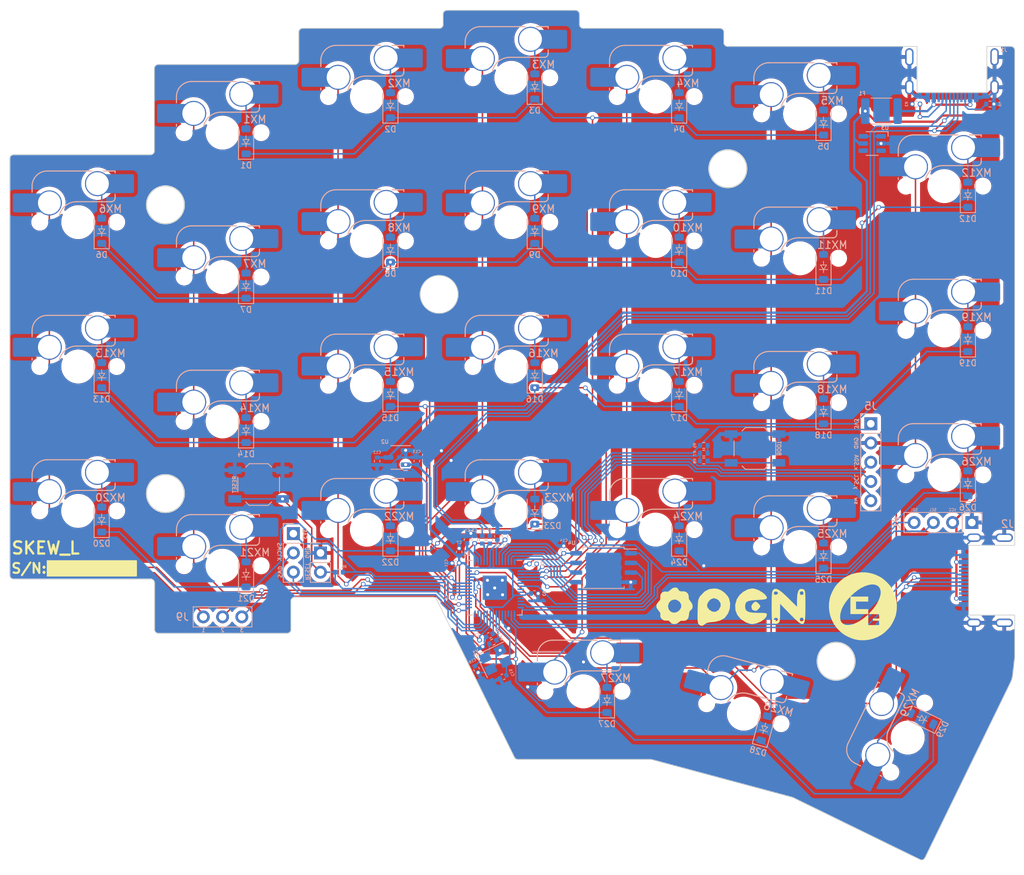
<source format=kicad_pcb>
(kicad_pcb (version 20240108) (generator "pcbnew") (generator_version "8.0")
  (layers (0 "F.Cu" signal) (31 "B.Cu" signal) (34 "B.Paste" user) (35 "F.Paste" user) (36 "B.SilkS" user "B.Silkscreen") (37 "F.SilkS" user "F.Silkscreen") (38 "B.Mask" user) (39 "F.Mask" user) (44 "Edge.Cuts" user))
  (net 0 "")
  (net 1 "GNDL")
  (net 2 "Net-(BOOT1-Pad2)")
  (net 3 "+1V1L")
  (net 4 "+3V3L")
  (net 5 "+5VL")
  (net 6 "XIN_L")
  (net 7 "Net-(C16-Pad2)")
  (net 8 "Net-(D1-A)")
  (net 9 "Net-(D2-A)")
  (net 10 "Net-(D3-A)")
  (net 11 "Net-(D4-A)")
  (net 12 "Net-(D5-A)")
  (net 13 "ROW1_L")
  (net 14 "Net-(D6-A)")
  (net 15 "Net-(D7-A)")
  (net 16 "Net-(D8-A)")
  (net 17 "Net-(D9-A)")
  (net 18 "Net-(D10-A)")
  (net 19 "Net-(D11-A)")
  (net 20 "Net-(D12-A)")
  (net 21 "ROW2_L")
  (net 22 "Net-(D13-A)")
  (net 23 "Net-(D14-A)")
  (net 24 "Net-(D15-A)")
  (net 25 "Net-(D16-A)")
  (net 26 "Net-(D17-A)")
  (net 27 "Net-(D18-A)")
  (net 28 "Net-(D19-A)")
  (net 29 "Net-(D20-A)")
  (net 30 "Net-(D21-A)")
  (net 31 "Net-(D22-A)")
  (net 32 "Net-(D23-A)")
  (net 33 "Net-(D24-A)")
  (net 34 "Net-(D25-A)")
  (net 35 "Net-(D26-A)")
  (net 36 "Net-(D29-A)")
  (net 37 "VBUSL")
  (net 38 "Net-(J1-CC1)")
  (net 39 "USB_D+_L")
  (net 40 "USB_D-_L")
  (net 42 "Net-(J1-CC2)")
  (net 45 "SPI0_RX_L")
  (net 46 "SPI0_TX_L")
  (net 50 "SWCLK_L")
  (net 51 "SWD_L")
  (net 52 "SCL_L")
  (net 53 "SDA_L")
  (net 54 "vrx_L")
  (net 55 "vry_L")
  (net 56 "sw_L")
  (net 57 "COL1_L")
  (net 58 "COL2_L")
  (net 59 "COL3_L")
  (net 60 "COL4_L")
  (net 61 "COL5_L")
  (net 62 "COL0_L")
  (net 63 "COL6_L")
  (net 64 "Net-(U1-USB_DP)")
  (net 65 "Net-(U1-USB_DM)")
  (net 66 "Net-(R5-Pad1)")
  (net 67 "RESET_L")
  (net 68 "QSPI_SS_L")
  (net 69 "XOUT_L")
  (net 81 "QSPI_SD3_L")
  (net 82 "QSPI_SCLK_L")
  (net 83 "QSPI_SD0_L")
  (net 84 "QSPI_SD2_L")
  (net 85 "QSPI_SD1_L")
  (net 88 "ROW4_L")
  (net 89 "ROW3_L")
  (net 90 "ROW0_L")
  (net 91 "Net-(D27-A)")
  (net 92 "Net-(D28-A)")
  (footprint "Connector_PinHeader_2.54mm:PinHeader_1x04_P2.54mm_Vertical" (layer "F.Cu") (at 95.065991 51.449195 -90)
    (property "Reference" "J4")
    (property "Value" "PinSocket_4P")
  )
  (footprint "LOGO" (layer "F.Cu") (at 67.25 62.5)
    (property "Reference" "G***" (hide yes))
    (property "Value" "LOGO" (hide yes))
  )
  (footprint "Connector_PinHeader_2.54mm:PinHeader_1x05_P2.54mm_Vertical" (layer "F.Cu") (at 85.540991 38.411695)
    (property "Reference" "J5" (hide yes))
    (property "Value" "PinSocket_5P")
  )
  (footprint "LOGO" (layer "F.Cu") (at 84.5 62.5)
    (property "Reference" "G***" (hide yes))
    (property "Value" "LOGO" (hide yes))
  )
  (footprint "mcu:D_SOD-123_new" (layer "B.Cu") (at 3.1 20.195 90)
    (property "Reference" "D7")
    (property "Value" "D_Small")
  )
  (footprint "PCM_marbastlib-mx:SW_MX_HS_1u" (layer "B.Cu") (at 38.1 11.811 180)
    (property "Reference" "MX9")
    (property "Value" "kailh hotswap socket" (hide yes))
  )
  (footprint "mcu:D_SOD-123_new" (layer "B.Cu") (at 98.35 27.2435 90)
    (property "Reference" "D19")
    (property "Value" "D_Small")
  )
  (footprint "Connector_PinSocket_2.54mm:PinSocket_1x03_P2.54mm_Vertical" (layer "B.Cu") (at 9.340991 52.911695 180)
    (property "Reference" "J3" (hide yes))
    (property "Value" "SWD_PinSocket")
  )
  (footprint "Capacitor_SMD:C_0402_1005Metric" (layer "B.Cu") (at 37.265991 53.251695 90)
    (property "Reference" "C1")
    (property "Value" "100n")
  )
  (footprint "PCM_marbastlib-mx:SW_MX_HS_1u" (layer "B.Cu") (at 0 38.1 180)
    (property "Reference" "MX14")
    (property "Value" "kailh hotswap socket" (hide yes))
  )
  (footprint "PCM_marbastlib-mx:SW_MX_HS_1u" (layer "B.Cu") (at 0 19.05 180)
    (property "Reference" "MX7")
    (property "Value" "kailh hotswap socket" (hide yes))
  )
  (footprint "PCM_marbastlib-mx:SW_MX_HS_1u" (layer "B.Cu") (at 95.25 45.1485 180)
    (property "Reference" "MX26")
    (property "Value" "kailh hotswap socket" (hide yes))
  )
  (footprint "mcu:D_SOD-123_new" (layer "B.Cu") (at 22.15 -3.6175 90)
    (property "Reference" "D2")
    (property "Value" "D_Small")
  )
  (footprint "PCM_marbastlib-mx:SW_MX_HS_1u" (layer "B.Cu") (at 68.78609 76.677515 165)
    (property "Reference" "MX28")
    (property "Value" "kailh hotswap socket" (hide yes))
  )
  (footprint "mcu:D_SOD-123_new" (layer "B.Cu") (at 92.304584 77.342387 154)
    (property "Reference" "D29")
    (property "Value" "D_Small")
  )
  (footprint "Capacitor_SMD:C_0402_1005Metric" (layer "B.Cu") (at 20.392987 43.352142 -90)
    (property "Reference" "C12")
    (property "Value" "1u")
  )
  (footprint "mcu:D_SOD-123_new" (layer "B.Cu") (at 79.3 -1.331501 90)
    (property "Reference" "D5")
    (property "Value" "D_Small")
  )
  (footprint "PCM_marbastlib-mx:SW_MX_HS_1u" (layer "B.Cu") (at 19.05 33.3375 180)
    (property "Reference" "MX15")
    (property "Value" "kailh hotswap socket" (hide yes))
  )
  (footprint "mcu:D_SOD-123_new" (layer "B.Cu") (at 98.35 8.1935 90)
    (property "Reference" "D12")
    (property "Value" "D_Small")
  )
  (footprint "mcu:D_SOD-123_new" (layer "B.Cu") (at -15.95 51.056 90)
    (property "Reference" "D20")
    (property "Value" "D_Small")
  )
  (footprint "Capacitor_SMD:C_0402_1005Metric" (layer "B.Cu") (at 41.165991 60.811695)
    (property "Reference" "C9")
    (property "Value" "100n")
  )
  (footprint "Capacitor_SMD:C_0402_1005Metric" (layer "B.Cu") (at 35.216675 66.329772 -153.8)
    (property "Reference" "C10")
    (property "Value" "100n")
  )
  (footprint "PCM_marbastlib-mx:SW_MX_HS_1u" (layer "B.Cu") (at 19.05 14.287499 180)
    (property "Reference" "MX8")
    (property "Value" "kailh hotswap socket" (hide yes))
  )
  (footprint "mcu:D_SOD-123_new" (layer "B.Cu") (at 41.2 12.956 90)
    (property "Reference" "D9")
    (property "Value" "D_Small")
  )
  (footprint "mcu:D_SOD-123_new" (layer "B.Cu") (at 60.25 53.5325 90)
    (property "Reference" "D24")
    (property "Value" "D_Small")
  )
  (footprint "Capacitor_SMD:C_0402_1005Metric" (layer "B.Cu") (at 33.265991 53.711695 90)
    (property "Reference" "C3")
    (property "Value" "1u")
  )
  (footprint "Capacitor_SMD:C_0402_1005Metric" (layer "B.Cu") (at 32.265991 53.711695 90)
    (property "Reference" "C4")
    (property "Value" "100n")
  )
  (footprint "mcu:D_SOD-123_new" (layer "B.Cu") (at 79.3 55.8185 90)
    (property "Reference" "D25")
    (property "Value" "D_Small")
  )
  (footprint "PCM_marbastlib-mx:SW_MX_HS_1u" (layer "B.Cu") (at 19.05 -4.7625 180)
    (property "Reference" "MX2")
    (property "Value" "kailh hotswap socket" (hide yes))
  )
  (footprint "mcu:D_SOD-123_new" (layer "B.Cu") (at -15.95 32.006 90)
    (property "Reference" "D13")
    (property "Value" "D_Small")
  )
  (footprint "PCM_marbastlib-mx:SW_MX_HS_1u" (layer "B.Cu") (at 76.2 16.5735 180)
    (property "Reference" "MX11")
    (property "Value" "kailh hotswap socket" (hide yes))
  )
  (footprint "mcu:D_SOD-123_new" (layer "B.Cu") (at 60.25 -3.6175 90)
    (property "Reference" "D4")
    (property "Value" "D_Small")
  )
  (footprint "Capacitor_SMD:C_0402_1005Metric" (layer "B.Cu") (at 37.015991 71.811695 26.2)
    (property "Reference" "C15")
    (property "Value" "22p")
  )
  (footprint "mcu:D_SOD-123_new" (layer "B.Cu") (at -15.95 12.956 90)
    (property "Reference" "D6")
    (property "Value" "D_Small")
  )
  (footprint "PCM_marbastlib-various:SOT-23-6-routable" (layer "B.Cu") (at 85.725 1.43125 180)
    (property "Reference" "U3")
    (property "Value" "SRV05-4")
  )
  (footprint "mcu:D_SOD-123_new" (layer "B.Cu") (at 79.3 36.7685 90)
    (property "Reference" "D18")
    (property "Value" "D_Small")
  )
  (footprint "Capacitor_SMD:C_0402_1005Metric" (layer "B.Cu") (at 30.815991 61.311695 180)
    (property "Reference" "C6")
    (property "Value" "100n")
  )
  (footprint "PCM_marbastlib-mx:SW_MX_HS_1.5u" (layer "B.Cu") (at 90.416225 79.829996 -116)
    (property "Reference" "MX29")
    (property "Value" "kailh hotswap socket" (hide yes))
  )
  (footprint "mcu:D_SOD-123_new" (layer "B.Cu") (at 79.3 17.7185 90)
    (property "Reference" "D11")
    (property "Value" "D_Small")
  )
  (footprint "PCM_marbastlib-mx:SW_MX_HS_1u" (layer "B.Cu") (at 57.15 14.287499 180)
    (property "Reference" "MX10")
    (property "Value" "kailh hotswap socket" (hide yes))
  )
  (footprint "PCM_marbastlib-mx:SW_MX_HS_1u" (layer "B.Cu") (at 47.625 73.7235 180)
    (property "Reference" "MX27")
    (property "Value" "kailh hotswap socket" (hide yes))
  )
  (footprint "mcu:D_SOD-123_new" (layer "B.Cu") (at 3.1 1.145 90)
    (property "Reference" "D1")
    (property "Value" "D_Small")
  )
  (footprint "Capacitor_SMD:C_0402_1005Metric" (layer "B.Cu") (at 31.215991 55.336695 90)
    (property "Reference" "C7")
    (property "Value" "100n")
  )
  (footprint "Resistor_SMD:R_0402_1005Metric" (layer "B.Cu") (at 63.5 41.275 180)
    (property "Reference" "R5")
    (property "Value" "5.1k")
  )
  (footprint "PCM_marbastlib-mx:SW_MX_HS_1u" (layer "B.Cu") (at 95.25 26.0985 180)
    (property "Reference" "MX19")
    (property "Value" "kailh hotswap socket" (hide yes))
  )
  (footprint "Package_TO_SOT_SMD:SOT-23-3" (layer "B.Cu") (at 23.01875 42.8625 180)
    (property "Reference" "U2")
    (property "Value" "XC6206P332MR")
  )
  (footprint "Resistor_SMD:R_0402_1005Metric" (layer "B.Cu") (at 63.5 42.295633)
    (property "Reference" "R7")
    (property "Value" "5.1k")
  )
  (footprint "PCM_marbastlib-mx:SW_MX_HS_1u" (layer "B.Cu") (at 95.25 7.0485 180)
    (property "Reference" "MX12")
    (property "Value" "kailh hotswap socket" (hide yes))
  )
  (footprint "Capacitor_SMD:C_0402_1005Metric" (layer "B.Cu") (at 25.637596 43.331796 90)
    (property "Reference" "C13")
    (property "Value" "1u")
  )
  (footprint "mcu:D_SOD-123_new" (layer "B.Cu") (at 22.15 15.432499 90)
    (property "Reference" "D8")
    (property "Value" "D_Small")
  )
  (footprint "Capacitor_SMD:C_0402_1005Metric" (layer "B.Cu") (at 45.015991 55.021695 90)
    (property "Reference" "C14")
    (property "Value" "1u")
  )
  (footprint "PCM_marbastlib-mx:SW_MX_HS_1u" (layer "B.Cu") (at 0 0 180)
    (property "Reference" "MX1")
    (property "Value" "kailh hotswap socket" (hide yes))
  )
  (footprint "PCM_marbastlib-mx:SW_MX_HS_1u" (layer "B.Cu") (at 38.1 -7.239 180)
    (property "Reference" "MX3")
    (property "Value" "kailh hotswap socket" (hide yes))
  )
  (footprint "PCM_marbastlib-mx:SW_MX_HS_1u" (layer "B.Cu") (at 0 57.15 180)
    (property "Reference" "MX21")
    (property "Value" "kailh hotswap socket" (hide yes))
  )
  (footprint "mcu:D_SOD-123_new" (layer "B.Cu") (at 41.2 50.00625 90)
    (property "Reference" "D23")
    (property "Value" "D_Small")
  )
  (footprint "Capacitor_SMD:C_0402_1005Metric" (layer "B.Cu") (at 34.125991 67.391695 -63.8)
    (property "Reference" "C2")
    (property "Value" "100n")
  )
  (footprint "mcu:D_SOD-123_new" (layer "B.Cu") (at 3.1 39.245 90)
    (property "Reference" "D14")
    (property "Value" "D_Small")
  )
  (footprint "Package_DFN_QFN:QFN-56-1EP_7x7mm_P0.4mm_EP3.2x3.2mm" (layer "B.Cu") (at 35.915991 60.051695 180)
    (property "Reference" "U1")
    (property "Value" "RP2040")
  )
  (footprint "PCM_marbastlib-mx:SW_MX_HS_1u" (layer "B.Cu") (at 76.2 -2.476501 180)
    (property "Reference" "MX5")
    (property "Value" "kailh hotswap socket" (hide yes))
  )
  (footprint "Capacitor_SMD:C_0402_1005Metric" (layer "B.Cu") (at 36.265991 53.251695 90)
    (property "Reference" "C5")
    (property "Value" "100n")
  )
  (footprint "mcu:D_SOD-123_new" (layer "B.Cu") (at 41.2 32.006 90)
    (property "Reference" "D16")
    (property "Value" "D_Small")
  )
  (footprint "Crystal:Crystal_SMD_3225-4Pin_3.2x2.5mm" (layer "B.Cu") (at 36.015991 69.561695 26.2)
    (property "Reference" "Y1")
    (property "Value" "X322512MSB4SI")
  )
  (footprint "PCM_marbastlib-mx:SW_MX_HS_1u" (layer "B.Cu") (at -19.05 49.911 180)
    (property "Reference" "MX20")
    (property "Value" "kailh hotswap socket" (hide yes))
  )
  (footprint "PCM_marbastlib-mx:SW_MX_HS_1u" (layer "B.Cu") (at 38.1 49.911 180)
    (property "Reference" "MX23")
    (property "Value" "kailh hotswap socket" (hide yes))
  )
  (footprint "Resistor_SMD:R_0402_1005Metric" (layer "B.Cu") (at 15.365991 58.001695)
    (property "Reference" "R6")
    (property "Value" "5.1k")
  )
  (footprint "PCM_marbastlib-mx:SW_MX_HS_1u" (layer "B.Cu") (at 57.15 52.3875 180)
    (property "Reference" "MX24")
    (property "Value" "kailh hotswap socket" (hide yes))
  )
  (footprint "Connector_PinSocket_2.54mm:PinSocket_1x03_P2.54mm_Vertical" (layer "B.Cu") (at -2.54 63.896875 -90)
    (property "Reference" "J9")
    (property "Value" "side_b_PinSocket")
  )
  (footprint "PCM_marbastlib-mx:SW_MX_HS_1u" (layer "B.Cu") (at 57.15 33.3375 180)
    (property "Reference" "MX17")
    (property "Value" "kailh hotswap socket" (hide yes))
  )
  (footprint "Resistor_SMD:R_0402_1005Metric" (layer "B.Cu") (at 63.5 43.32219 180)
    (property "Reference" "R8")
    (property "Value" "1k")
  )
  (footprint "PCM_marbastlib-mx:SW_MX_HS_1u" (layer "B.Cu") (at -19.05 30.861 180)
    (property "Reference" "MX13")
    (property "Value" "kailh hotswap socket" (hide yes))
  )
  (footprint "Resistor_SMD:R_0402_1005Metric" (layer "B.Cu") (at 35.265991 53.711695 -90)
    (property "Reference" "R1")
    (property "Value" "27")
  )
  (footprint "mcu:D_SOD-123_new" (layer "B.Cu") (at 50.725 74.8685 90)
    (property "Reference" "D27")
    (property "Value" "D_Small")
  )
  (footprint "Fuse:Fuse_1812_4532Metric" (layer "B.Cu") (at 86.95 -2.84375)
    (property "Reference" "F1")
    (property "Value" "MF-MSMF050-2")
  )
  (footprint "Connector_PinSocket_2.54mm:PinSocket_1x02_P2.54mm_Vertical" (layer "B.Cu") (at 12.915991 55.461695 180)
    (property "Reference" "RESET1" (hide yes))
    (property "Value" "PinSocket_2P")
  )
  (footprint "Button_Switch_SMD:SW_SPST_TL3342" (layer "B.Cu") (at 4.7625 46.434375 180)
    (property "Reference" "RESET2" (hide yes))
    (property "Value" "SW_Push")
  )
  (footprint "mcu:D_SOD-123_new" (layer "B.Cu") (at 98.35 46.2935 90)
    (property "Reference" "D26")
    (property "Value" "D_Small")
  )
  (footprint "Resistor_SMD:R_0402_1005Metric" (layer "B.Cu") (at 101.28 -3.77375)
    (property "Reference" "R4")
    (property "Value" "5.1k")
  )
  (footprint "PCM_marbastlib-mx:SW_MX_HS_1u" (layer "B.Cu") (at 57.15 -4.7625 180)
    (property "Reference" "MX4")
    (property "Value" "kailh hotswap socket" (hide yes))
  )
  (footprint "PCM_marbastlib-mx:SW_MX_HS_1u" (layer "B.Cu") (at 76.2 54.6735 180)
    (property "Reference" "MX25")
    (property "Value" "kailh hotswap socket" (hide yes))
  )
  (footprint "Button_Switch_SMD:SW_SPST_TL3342" (layer "B.Cu") (at 70.246875 41.671875 180)
    (property "Reference" "BOOT1" (hide yes))
    (property "Value" "SW_Push")
  )
  (footprint "PCM_marbastlib-mx:SW_MX_HS_1u" (layer "B.Cu") (at -19.05 11.811 180)
    (property "Reference" "MX6")
    (property "Value" "kailh hotswap socket" (hide yes))
  )
  (footprint "Resistor_SMD:R_0402_1005Metric" (layer "B.Cu") (at 35.665991 67.221695 26.2)
    (property "Reference" "R9")
    (property "Value" "1k")
  )
  (footprint "Capacitor_SMD:C_0402_1005Metric" (layer "B.Cu") (at 40.965991 56.911695)
    (property "Reference" "C8")
    (property "Value" "100n")
  )
  (footprint "Capacitor_SMD:C_0402_1005Metric" (layer "B.Cu") (at 30.765991 56.811695 180)
    (property "Reference" "C11")
    (property "Value" "1u")
  )
  (footprint "mcu:D_SOD-123_new" (layer "B.Cu") (at 41.2 -6.094 90)
    (property "Reference" "D3")
    (property "Value" "D_Small")
  )
  (footprint "PCM_marbastlib-mx:SW_MX_HS_1u" (layer "B.Cu") (at 76.2 35.6235 180)
    (property "Reference" "MX18")
    (property "Value" "kailh hotswap socket" (hide yes))
  )
  (footprint "mcu:HRO-TYPE-C-31-M-13" (layer "B.Cu") (at 96.25 -12.09375)
    (property "Reference" "J1")
    (property "Value" "TYPE-C-31-M-13" (hide yes))
  )
  (footprint "mcu:D_SOD-123_new" (layer "B.Cu") (at 60.25 34.4825 90)
    (property "Reference" "D17")
    (property "Value" "D_Small")
  )
  (footprint "PCM_marbastlib-mx:SW_MX_HS_1u" (layer "B.Cu") (at 19.05 52.3875 180)
    (property "Reference" "MX22")
    (property "Value" "kailh hotswap socket" (hide yes))
  )
  (footprint "PCM_marbastlib-mx:SW_MX_HS_1u" (layer "B.Cu") (at 38.1 30.861 180)
    (property "Reference" "MX16")
    (property "Value" "kailh hotswap socket" (hide yes))
  )
  (footprint "Resistor_SMD:R_0402_1005Metric" (layer "B.Cu") (at 91.52 -3.77375 180)
    (property "Reference" "R3")
    (property "Value" "5.1k")
  )
  (footprint "Resistor_SMD:R_0402_1005Metric" (layer "B.Cu") (at 34.265991 53.711695 -90)
    (property "Reference" "R2")
    (property "Value" "27")
  )
  (footprint "mcu:D_SOD-123_new" (layer "B.Cu") (at 3.1 58.295 90)
    (property "Reference" "D21")
    (property "Value" "D_Small")
  )
  (footprint "mcu:D_SOD-123_new" (layer "B.Cu") (at 22.15 53.5325 90)
    (property "Reference" "D22")
    (property "Value" "D_Small")
  )
  (footprint "mcu:HRO-TYPE-C-31-M-13" (layer "B.Cu") (at 105.25 59.061 -90)
    (property "Reference" "J2")
    (property "Value" "TYPE-C-31-M-13" (hide yes))
  )
  (footprint "mcu:D_SOD-123_new" (layer "B.Cu") (at 71.484192 78.5937 75)
    (property "Reference" "D28")
    (property "Value" "D_Small")
  )
  (footprint "mcu:D_SOD-123_new" (layer "B.Cu") (at 22.15 34.4825 90)
    (property "Reference" "D15")
    (property "Value" "D_Small")
  )
  (footprint "mcu:D_SOD-123_new" (layer "B.Cu") (at 60.25 15.432499 90)
    (property "Reference" "D10")
    (property "Value" "D_Small")
  )
  (footprint "Package_SO:SOIC-8_5.23x5.23mm_P1.27mm" (layer "B.Cu") (at 50.265991 57.411695 180)
    (property "Reference" "U4")
    (property "Value" "W25Q128JVSIQ")
  )
  (footprint "Capacitor_SMD:C_0402_1005Metric" (layer "B.Cu") (at 33.515991 70.811695 116.2)
    (property "Reference" "C16")
    (property "Value" "22p")
  )
  (gr_rect (start -23.125 56.5) (end -11.375 58.5) (stroke (width 0.15)) (fill solid) (layer "F.SilkS"))
  (gr_line (start -8.975 65.5735) (end -8.975 59.411) (stroke (width 0.1)) (layer "Edge.Cuts"))
  (gr_arc (start 10.05 -13.26875) (mid 10.196447 -13.622303) (end 10.55 -13.76875) (stroke (width 0.1)) (layer "Edge.Cuts"))
  (gr_line (start 57.788386 83.041476) (end 56.616489 82.727984) (stroke (width 0.1)) (layer "Edge.Cuts"))
  (gr_line (start -10.075 2.90625) (end -9.5 2.90625) (stroke (width 0.1)) (layer "Edge.Cuts"))
  (gr_arc (start 66.65 -11.38125) (mid 66.296447 -11.527697) (end 66.15 -11.88125) (stroke (width 0.1)) (layer "Edge.Cuts"))
  (gr_line (start 10.05 -9.49375) (end 10.05 -13.26875) (stroke (width 0.1)) (layer "Edge.Cuts"))
  (gr_arc (start 27.788957 61.2985) (mid 28.053054 61.373966) (end 28.237472 61.577516) (stroke (width 0.1)) (layer "Edge.Cuts"))
  (gr_line (start -9 2.40625) (end -9 -8.49375) (stroke (width 0.1)) (layer "Edge.Cuts"))
  (gr_line (start 9.525 61.2985) (end 10.1 61.2985) (stroke (width 0.1)) (layer "Edge.Cuts"))
  (gr_arc (start 104.534774 69.106072) (mid 104.529629 69.28169) (end 104.514213 69.456705) (stroke (width 0.1)) (layer "Edge.Cuts"))
  (gr_arc (start 104.438454 63.661) (mid 104.509166 63.690288) (end 104.538454 63.761) (stroke (width 0.1)) (layer "Edge.Cuts"))
  (gr_line (start 104.534774 63.761) (end 104.534774 69.106072) (stroke (width 0.1)) (layer "Edge.Cuts"))
  (gr_line (start 66.15 -11.90625) (end 66.15 -13.26875) (stroke (width 0.1)) (layer "Edge.Cuts"))
  (gr_line (start 76.318996 88.254309) (end 92.022751 95.925396) (stroke (width 0.1)) (layer "Edge.Cuts"))
  (gr_line (start 28.05 -13.76875) (end 10.55 -13.76875) (stroke (width 0.1)) (layer "Edge.Cuts"))
  (gr_line (start 8.525 66.0735) (end -8.475 66.0735) (stroke (width 0.1)) (layer "Edge.Cuts"))
  (gr_arc (start 9.025 65.5735) (mid 8.878553 65.927053) (end 8.525 66.0735) (stroke (width 0.1)) (layer "Edge.Cuts"))
  (gr_line (start 29.1 -14.26875) (end 29.1 -15.64375) (stroke (width 0.1)) (layer "Edge.Cuts"))
  (gr_line (start 9.025 65.5735) (end 9.025 61.7985) (stroke (width 0.1)) (layer "Edge.Cuts"))
  (gr_arc (start 38.961043 82.711) (mid 38.696942 82.63554) (end 38.512528 82.431984) (stroke (width 0.1)) (layer "Edge.Cuts"))
  (gr_line (start 47.625 -13.76875) (end 48.15 -13.76875) (stroke (width 0.1)) (layer "Edge.Cuts"))
  (gr_arc (start 10.05 -9.49375) (mid 9.903553 -9.140197) (end 9.55 -8.99375) (stroke (width 0.1)) (layer "Edge.Cuts"))
  (gr_line (start 9 -8.99375) (end -8.5 -8.99375) (stroke (width 0.1)) (layer "Edge.Cuts"))
  (gr_line (start 92.691608 95.695318) (end 103.980722 72.549205) (stroke (width 0.1)) (layer "Edge.Cuts"))
  (gr_line (start 98.450954 63.661) (end 104.438454 63.661) (stroke (width 0.1)) (layer "Edge.Cuts"))
  (gr_arc (start 29.1 -15.64375) (mid 29.246447 -15.997303) (end 29.6 -16.14375) (stroke (width 0.1)) (layer "Edge.Cuts"))
  (gr_line (start 28.05 -13.76875) (end 28.6 -13.76875) (stroke (width 0.1)) (layer "Edge.Cuts"))
  (gr_line (start 47.1 -14.29375) (end 47.1 -14.26875) (stroke (width 0.1)) (layer "Edge.Cuts"))
  (gr_line (start -10.025 58.911) (end -9.475 58.911) (stroke (width 0.1)) (layer "Edge.Cuts"))
  (gr_line (start 67.2 -11.38125) (end 85.2 -11.38125) (stroke (width 0.1)) (layer "Edge.Cuts"))
  (gr_circle (center -7.540625 47.625) (end -5.040625 47.625) (stroke (width 0.15)) (fill none) (layer "Edge.Cuts"))
  (gr_line (start 104.263778 71.584724) (end 104.514213 69.456705) (stroke (width 0.1)) (layer "Edge.Cuts"))
  (gr_arc (start 75.178646 87.70856) (mid 75.224196 87.72315) (end 75.268141 87.742031) (stroke (width 0.1)) (layer "Edge.Cuts"))
  (gr_line (start 98.450954 54.461) (end 104.438454 54.461) (stroke (width 0.1)) (layer "Edge.Cuts"))
  (gr_circle (center 66.675 4.7625) (end 69.175 4.7625) (stroke (width 0.15)) (fill none) (layer "Edge.Cuts"))
  (gr_line (start -28.075 3.40625) (end -28.075 58.411) (stroke (width 0.1)) (layer "Edge.Cuts"))
  (gr_arc (start 29.1 -14.26875) (mid 28.953553 -13.915197) (end 28.6 -13.76875) (stroke (width 0.1)) (layer "Edge.Cuts"))
  (gr_line (start -10.075 2.90625) (end -27.575 2.90625) (stroke (width 0.1)) (layer "Edge.Cuts"))
  (gr_arc (start -28.075 3.40625) (mid -27.928553 3.052697) (end -27.575 2.90625) (stroke (width 0.1)) (layer "Edge.Cuts"))
  (gr_line (start 104.538454 54.361) (end 104.538454 35.461) (stroke (width 0.1)) (layer "Edge.Cuts"))
  (gr_arc (start 104.538454 54.361) (mid 104.509162 54.431694) (end 104.438454 54.461) (stroke (width 0.1)) (layer "Edge.Cuts"))
  (gr_line (start -27.575 58.911) (end -10.025 58.911) (stroke (width 0.1)) (layer "Edge.Cuts"))
  (gr_arc (start 46.6 -16.14375) (mid 46.953553 -15.997303) (end 47.1 -15.64375) (stroke (width 0.1)) (layer "Edge.Cuts"))
  (gr_line (start 91.65 -5.29375) (end 100.85 -5.29375) (stroke (width 0.1)) (layer "Edge.Cuts"))
  (gr_arc (start -8.475 66.0735) (mid -8.828553 65.927053) (end -8.975 65.5735) (stroke (width 0.1)) (layer "Edge.Cuts"))
  (gr_line (start 66.65 -11.38125) (end 67.2 -11.38125) (stroke (width 0.1)) (layer "Edge.Cuts"))
  (gr_arc (start 47.6 -13.76875) (mid 47.246447 -13.915197) (end 47.1 -14.26875) (stroke (width 0.1)) (layer "Edge.Cuts"))
  (gr_arc (start 65.65 -13.76875) (mid 66.003553 -13.622303) (end 66.15 -13.26875) (stroke (width 0.1)) (layer "Edge.Cuts"))
  (gr_arc (start -9 2.40625) (mid -9.146447 2.759803) (end -9.5 2.90625) (stroke (width 0.1)) (layer "Edge.Cuts"))
  (gr_circle (center 80.9625 69.75475) (end 83.4625 69.75475) (stroke (width 0.15)) (fill none) (layer "Edge.Cuts"))
  (gr_line (start 48.15 -13.76875) (end 65.65 -13.76875) (stroke (width 0.1)) (layer "Edge.Cuts"))
  (gr_line (start 76.318996 88.254309) (end 75.268141 87.742031) (stroke (width 0.1)) (layer "Edge.Cuts"))
  (gr_line (start 66.15 -11.90625) (end 66.15 -11.88125) (stroke (width 0.1)) (layer "Edge.Cuts"))
  (gr_line (start 104.538454 -1.61875) (end 104.538454 35.461) (stroke (width 0.1)) (layer "Edge.Cuts"))
  (gr_line (start 57.788386 83.041476) (end 75.178646 87.70856) (stroke (width 0.1)) (layer "Edge.Cuts"))
  (gr_arc (start -27.575 58.911) (mid -27.928553 58.764553) (end -28.075 58.411) (stroke (width 0.1)) (layer "Edge.Cuts"))
  (gr_line (start 9 -8.99375) (end 9.55 -8.99375) (stroke (width 0.1)) (layer "Edge.Cuts"))
  (gr_circle (center -7.540625 9.525) (end -5.040625 9.525) (stroke (width 0.15)) (fill none) (layer "Edge.Cuts"))
  (gr_arc (start 9.025 61.7985) (mid 9.171447 61.444947) (end 9.525 61.2985) (stroke (width 0.1)) (layer "Edge.Cuts"))
  (gr_arc (start 92.691608 95.695318) (mid 92.404864 95.948958) (end 92.022751 95.925396) (stroke (width 0.1)) (layer "Edge.Cuts"))
  (gr_line (start 104.538454 -10.88125) (end 104.538454 -1.61875) (stroke (width 0.1)) (layer "Edge.Cuts"))
  (gr_line (start 29.6 -16.14375) (end 46.6 -16.14375) (stroke (width 0.1)) (layer "Edge.Cuts"))
  (gr_line (start 38.512528 82.431984) (end 28.237472 61.577516) (stroke (width 0.1)) (layer "Edge.Cuts"))
  (gr_arc (start 104.038454 -11.38125) (mid 104.392009 -11.234806) (end 104.538454 -10.88125) (stroke (width 0.1)) (layer "Edge.Cuts"))
  (gr_line (start 91.65 -11.38125) (end 91.65 -5.29375) (stroke (width 0.1)) (layer "Edge.Cuts"))
  (gr_arc (start 56.487278 82.711) (mid 56.552439 82.715265) (end 56.616489 82.727984) (stroke (width 0.1)) (layer "Edge.Cuts"))
  (gr_arc (start 104.263778 71.584724) (mid 104.162931 72.078903) (end 103.980722 72.549205) (stroke (width 0.1)) (layer "Edge.Cuts"))
  (gr_line (start 85.2 -11.38125) (end 91.65 -11.38125) (stroke (width 0.1)) (layer "Edge.Cuts"))
  (gr_circle (center 28.575 21.336) (end 31.075 21.336) (stroke (width 0.1)) (fill none) (layer "Edge.Cuts"))
  (gr_line (start 10.1 61.2985) (end 27.788957 61.2985) (stroke (width 0.1)) (layer "Edge.Cuts"))
  (gr_line (start 38.961043 82.711) (end 56.487278 82.711) (stroke (width 0.1)) (layer "Edge.Cuts"))
  (gr_line (start 98.450954 63.661) (end 98.450954 54.461) (stroke (width 0.1)) (layer "Edge.Cuts"))
  (gr_arc (start -9 -8.49375) (mid -8.853553 -8.847303) (end -8.5 -8.99375) (stroke (width 0.1)) (layer "Edge.Cuts"))
  (gr_line (start 47.1 -14.29375) (end 47.1 -15.64375) (stroke (width 0.1)) (layer "Edge.Cuts"))
  (gr_line (start 47.6 -13.76875) (end 47.625 -13.76875) (stroke (width 0.1)) (layer "Edge.Cuts"))
  (gr_line (start 100.85 -5.29375) (end 100.85 -11.38125) (stroke (width 0.1)) (layer "Edge.Cuts"))
  (gr_line (start 100.85 -11.38125) (end 104.038454 -11.38125) (stroke (width 0.1)) (layer "Edge.Cuts"))
  (gr_arc (start -9.475 58.911) (mid -9.121447 59.057447) (end -8.975 59.411) (stroke (width 0.1)) (layer "Edge.Cuts"))
  (gr_text "VCC" (at 96.305666 49.764663 0) (layer "B.SilkS") (effects (font (size 0.35 0.35) (thickness 0.06) (bold yes)) (justify mirror)))
  (gr_text "x,SDA" (at 83.635991 43.511695 -90) (layer "B.SilkS") (effects (font (size 0.5 0.5) (thickness 0.1) (bold yes)) (justify mirror)))
  (gr_text "SDL" (at 91.255666 49.764663 0) (layer "B.SilkS") (effects (font (size 0.35 0.35) (thickness 0.06) (bold yes)) (justify mirror)))
  (gr_text "3V3" (at 10.870629 52.950057 90) (layer "B.SilkS") (effects (font (size 0.5 0.5) (thickness 0.1) (bold yes)) (justify mirror)))
  (gr_text "2" (at 0 65.65 0) (layer "B.SilkS") (effects (font (size 0.5 0.5) (thickness 0.1) (bold yes)) (justify mirror)))
  (gr_text "SWD" (at 7.565991 57.961695 -90) (layer "B.SilkS") (effects (font (size 0.5 0.5) (thickness 0.1) (bold yes)) (justify mirror)))
  (gr_text "GND" (at 98.256383 50.169267 0) (layer "B.SilkS") (effects (font (size 0.35 0.35) (thickness 0.06) (bold yes)) (justify mirror)))
  (gr_text "RESET" (at 1.5875 46.434375 90) (layer "B.SilkS") (effects (font (size 0.5 0.5) (thickness 0.1) (bold yes)) (justify mirror)))
  (gr_text "RESET" (at 11.159027 57.922249 270) (layer "B.SilkS") (effects (font (size 0.5 0.5) (thickness 0.1) (bold yes)) (justify mirror)))
  (gr_text "1" (at -2.54 65.65 0) (layer "B.SilkS") (effects (font (size 0.5 0.5) (thickness 0.1) (bold yes)) (justify mirror)))
  (gr_text "GND" (at 83.635991 40.971695 90) (layer "B.SilkS") (effects (font (size 0.5 0.5) (thickness 0.1) (bold yes)) (justify mirror)))
  (gr_text "BOOT" (at 73.421875 41.671875 270) (layer "B.SilkS") (effects (font (size 0.5 0.5) (thickness 0.1) (bold yes)) (justify mirror)))
  (gr_text "J5" (at 85.540991 36.081695 0) (layer "B.SilkS") (effects (font (size 1 1)) (justify mirror)))
  (gr_text "GND" (at 11.166177 55.419612 270) (layer "B.SilkS") (effects (font (size 0.5 0.5) (thickness 0.1) (bold yes)) (justify mirror)))
  (gr_text "SCL" (at 93.730666 49.764663 0) (layer "B.SilkS") (effects (font (size 0.35 0.35) (thickness 0.06) (bold yes)) (justify mirror)))
  (gr_text "sw" (at 83.638393 48.584488 270) (layer "B.SilkS") (effects (font (size 0.5 0.5) (thickness 0.1) (bold yes)) (justify mirror)))
  (gr_text "3V3" (at 83.635991 38.431695 -90) (layer "B.SilkS") (effects (font (size 0.5 0.5) (thickness 0.1) (bold yes)) (justify mirror)))
  (gr_text "3" (at 2.54 65.65 0) (layer "B.SilkS") (effects (font (size 0.5 0.5) (thickness 0.1) (bold yes)) (justify mirror)))
  (gr_text "SWCLK" (at 7.535991 55.321695 90) (layer "B.SilkS") (effects (font (size 0.5 0.5) (thickness 0.1) (bold yes)) (justify mirror)))
  (gr_text "y,SCL" (at 83.635991 46.051695 270) (layer "B.SilkS") (effects (font (size 0.5 0.5) (thickness 0.1) (bold yes)) (justify mirror)))
  (gr_text "SKEW_L" (at -28 55.75 0) (layer "F.SilkS") (effects (font (size 1.6 1.6) (thickness 0.3) (bold yes)) (justify left bottom)))
  (gr_text "S/N:" (at -28.015507 58.259619 0) (layer "F.SilkS") (effects (font (size 1.3 1.3) (thickness 0.27) (bold yes)) (justify left bottom)))
  (segment (start 34.337914 67.822379) (end 36.136705 67.822379) (width 0.2) (layer "F.Cu") (net 1))
  (segment (start 41.445991 60.611695) (end 41.445991 56.911695) (width 0.2) (layer "F.Cu") (net 1))
  (segment (start 33.926907 67.822379) (end 32.14375 66.039222) (width 0.2) (layer "F.Cu") (net 1))
  (segment (start 32.14375 66.039222) (end 32.14375 55.784454) (width 0.2) (layer "F.Cu") (net 1))
  (segment (start 30.765254 60.882432) (end 30.765254 57.290958) (width 0.2) (layer "F.Cu") (net 1))
  (segment (start 92 -4.62375) (end 90.63 -5.99375) (width 0.3) (layer "F.Cu") (net 1))
  (segment (start 32.14375 55.784454) (end 31.215991 54.856695) (width 0.2) (layer "F.Cu") (net 1))
  (segment (start 47.625 69.85) (end 46.449195 68.674195) (width 0.2) (layer "F.Cu") (net 1))
  (segment (start 30.285991 56.811695) (end 30.285991 55.786695) (width 0.2) (layer "F.Cu") (net 1))
  (segment (start 28.17893 54.856695) (end 31.215991 54.856695) (width 0.2) (layer "F.Cu") (net 1))
  (segment (start 30.335991 61.311695) (end 30.765254 60.882432) (width 0.2) (layer "F.Cu") (net 1))
  (segment (start 27.3957 54.073465) (end 28.17893 54.856695) (width 0.2) (layer "F.Cu") (net 1))
  (segment (start 38.368883 71.242379) (end 33.727914 71.242379) (width 0.2) (layer "F.Cu") (net 1))
  (segment (start 30.765254 57.290958) (end 30.285991 56.811695) (width 0.2) (layer "F.Cu") (net 1))
  (segment (start 36.136705 67.822379) (end 36.627695 68.313369) (width 0.2) (layer "F.Cu") (net 1))
  (segment (start 27.3957 53.975) (end 27.3957 54.073465) (width 0.2) (layer "F.Cu") (net 1))
  (segment (start 41.645991 60.811695) (end 41.445991 60.611695) (width 0.2) (layer "F.Cu") (net 1))
  (segment (start 40.264239 73.137735) (end 38.368883 71.242379) (width 0.2) (layer "F.Cu") (net 1))
  (segment (start 30.285991 55.786695) (end 31.215991 54.856695) (width 0.2) (layer "F.Cu") (net 1))
  (segment (start 53.865991 59.316695) (end 61.333305 59.316695) (width 0.2) (layer "F.Cu") (net 1))
  (segment (start 40.892945 68.674195) (end 37.724877 65.506127) (width 0.2) (layer "F.Cu") (net 1))
  (segment (start 100.5 -4.62375) (end 92 -4.62375) (width 0.3) (layer "F.Cu") (net 1))
  (segment (start 61.333305 59.316695) (end 63.5 57.15) (width 0.2) (layer "F.Cu") (net 1))
  (segment (start 101.87 -5.99375) (end 100.5 -4.62375) (width 0.3) (layer "F.Cu") (net 1))
  (segment (start 28.874128 41.971003) (end 30.1625 43.259375) (width 0.2) (layer "F.Cu") (net 1))
  (segment (start 46.449195 68.674195) (end 40.892945 68.674195) (width 0.2) (layer "F.Cu") (net 1))
  (segment (start 37.724877 65.506127) (end 37.724877 65.416601) (width 0.2) (layer "F.Cu") (net 1))
  (segment (start 34.337914 67.822379) (end 33.926907 67.822379) (width 0.2) (layer "F.Cu") (net 1))
  (via (at 45.015991 54.541695) (size 0.6) (drill 0.4) (layers "F.Cu" "B.Cu") (net 1))
  (via (at 35.905991 60.081695) (size 0.6) (drill 0.4) (layers "F.Cu" "B.Cu") (net 1))
  (via (at 30.335991 61.311695) (size 0.6) (drill 0.4) (layers "F.Cu" "B.Cu") (net 1))
  (via (at 41.445991 56.911695) (size 0.6) (drill 0.4) (layers "F.Cu" "B.Cu") (net 1))
  (via (at 36.915788 59.070324) (size 0.6) (drill 0.4) (layers "F.Cu" "B.Cu") (net 1))
  (via (at 30.1625 43.259375) (size 0.6) (drill 0.4) (layers "F.Cu" "B.Cu") (net 1))
  (via (at 34.951781 59.070324) (size 0.6) (drill 0.4) (layers "F.Cu" "B.Cu") (net 1))
  (via (at 28.874128 41.971003) (size 0.6) (drill 0.4) (layers "F.Cu" "B.Cu") (net 1))
  (via (at 33.727914 71.242379) (size 0.6) (drill 0.4) (layers "F.Cu" "B.Cu") (net 1))
  (via (at 27.3957 53.975) (size 0.6) (drill 0.4) (layers "F.Cu" "B.Cu") (net 1))
  (via (at 34.983027 60.962912) (size 0.6) (drill 0.4) (layers "F.Cu" "B.Cu") (net 1))
  (via (at 30.285991 56.811695) (size 0.6) (drill 0.4) (layers "F.Cu" "B.Cu") (net 1))
  (via (at 91.01 -3.77375) (size 0.6) (drill 0.4) (layers "F.Cu" "B.Cu") (net 1))
  (via (at 31.215991 54.856695) (size 0.6) (drill 0.4) (layers "F.Cu" "B.Cu") (net 1))
  (via (at 63.5 57.15) (size 0.8) (drill 0.4) (layers "F.Cu" "B.Cu") (net 1))
  (via (at 32.767818 52.879092) (size 0.6) (drill 0.4) (layers "F.Cu" "B.Cu") (net 1))
  (via (at 36.947033 60.980766) (size 0.6) (drill 0.4) (layers "F.Cu" "B.Cu") (net 1))
  (via (at 37.724877 65.416601) (size 0.6) (drill 0.4) (layers "F.Cu" "B.Cu") (net 1))
  (via (at 53.865991 59.316695) (size 0.6) (drill 0.4) (layers "F.Cu" "B.Cu") (net 1))
  (via (at 40.264239 73.137735) (size 0.6) (drill 0.4) (layers "F.Cu" "B.Cu") (net 1))
  (via (at 36.627695 68.313369) (size 0.6) (drill 0.4) (layers "F.Cu" "B.Cu") (net 1))
  (via (at 41.645991 60.811695) (size 0.6) (drill 0.4) (layers "F.Cu" "B.Cu") (net 1))
  (via (at 101.79 -3.77375) (size 0.6) (drill 0.4) (layers "F.Cu" "B.Cu") (net 1))
  (via (at 86.9 1.43125) (size 0.6) (drill 0.4) (layers "F.Cu" "B.Cu") (net 1))
  (via (at 34.337914 67.822379) (size 0.6) (drill 0.4) (layers "F.Cu" "B.Cu") (net 1))
  (via (at 47.625 69.85) (size 0.6) (drill 0.4) (layers "F.Cu" "B.Cu") (net 1))
  (via (at 24.15625 41.9125) (size 0.6) (drill 0.4) (layers "F.Cu" "B.Cu") (net 1))
  (segment (start 91.57 -4.64375) (end 90.63 -5.58375) (width 0.3) (layer "B.Cu") (net 1))
  (segment (start 31.215991 54.856695) (end 31.215991 54.281695) (width 0.2) (layer "B.Cu") (net 1))
  (segment (start 34.569471 66.758215) (end 34.785991 66.541695) (width 0.2) (layer "B.Cu") (net 1))
  (segment (start 34.971929 71.242379) (end 35.404287 70.810021) (width 0.2) (layer "B.Cu") (net 1))
  (segment (start 43.085225 74.9485) (end 41.809437 74.9485) (width 0.2) (layer "B.Cu") (net 1))
  (segment (start 24.15625 41.9125) (end 28.815625 41.9125) (width 0.2) (layer "B.Cu") (net 1))
  (segment (start 7.9125 44.534375) (end 1.6125 44.534375) (width 0.2) (layer "B.Cu") (net 1))
  (segment (start 41.809437 74.9485) (end 40.264239 73.403302) (width 0.2) (layer "B.Cu") (net 1))
  (segment (start 26.9875 53.5668) (end 26.9875 46.243446) (width 0.2) (layer "B.Cu") (net 1))
  (segment (start 97.8 54.791) (end 99.15 53.441) (width 0.2) (layer "B.Cu") (net 1))
  (segment (start 40.264239 73.403302) (end 40.264239 73.137735) (width 0.2) (layer "B.Cu") (net 1))
  (segment (start 36.915991 64.607715) (end 36.915991 63.489195) (width 0.2) (layer "B.Cu") (net 1))
  (segment (start 90.63 -5.99375) (end 90.63 -9.99375) (width 0.3) (layer "B.Cu") (net 1))
  (segment (start 25.156554 44.4125) (end 22.816966 44.4125) (width 0.2) (layer "B.Cu") (net 1))
  (segment (start 34.569471 67.590822) (end 34.569471 66.758215) (width 0.2) (layer "B.Cu") (net 1))
  (segment (start 97.8 55.861) (end 97.8 54.791) (width 0.2) (layer "B.Cu") (net 1))
  (segment (start 28.815625 41.9125) (end 28.874128 41.971003) (width 0.2) (layer "B.Cu") (net 1))
  (segment (start 99.15 64.681) (end 103.15 64.681) (width 0.2) (layer "B.Cu") (net 1))
  (segment (start 101.01 -4.64375) (end 101.87 -5.50375) (width 0.3) (layer "B.Cu") (net 1))
  (segment (start 47.625 70.408725) (end 43.085225 74.9485) (width 0.2) (layer "B.Cu") (net 1))
  (segment (start 32.913388 52.879092) (end 32.618594 52.879092) (width 0.2) (layer "B.Cu") (net 1))
  (segment (start 67.096875 39.771875) (end 73.396875 39.771875) (width 0.2) (layer "B.Cu") (net 1))
  (segment (start 37.724877 65.416601) (end 36.915991 64.607715) (width 0.2) (layer "B.Cu") (net 1))
  (segment (start 34.337914 67.822379) (end 34.569471 67.590822) (width 0.2) (layer "B.Cu") (net 1))
  (segment (start 26.9875 46.243446) (end 25.156554 44.4125) (width 0.2) (layer "B.Cu") (net 1))
  (segment (start 33.265991 53.231695) (end 32.913388 52.879092) (width 0.2) (layer "B.Cu") (net 1))
  (segment (start 36.104825 68.836239) (end 36.104825 70.109483) (width 0.2) (layer "B.Cu") (net 1))
  (segment (start 36.627695 68.313369) (end 36.104825 68.836239) (width 0.2) (layer "B.Cu") (net 1))
  (segment (start 101.87 -5.50375) (end 101.87 -5.99375) (width 0.3) (layer "B.Cu") (net 1))
  (segment (start 22.816966 44.4125) (end 22.236608 43.832142) (width 0.2) (layer "B.Cu") (net 1))
  (segment (start 22.236608 43.832142) (end 24.15625 41.9125) (width 0.2) (layer "B.Cu") (net 1))
  (segment (start 90.63 -5.58375) (end 90.63 -5.99375) (width 0.3) (layer "B.Cu") (net 1))
  (segment (start 31.215991 54.281695) (end 32.265991 53.231695) (width 0.2) (layer "B.Cu") (net 1))
  (segment (start 101.87 -5.99375) (end 101.87 -9.99375) (width 0.3) (layer "B.Cu") (net 1))
  (segment (start 32.618594 52.879092) (end 32.265991 53.231695) (width 0.2) (layer "B.Cu") (net 1))
  (segment (start 27.3957 53.975) (end 26.9875 53.5668) (width 0.2) (layer "B.Cu") (net 1))
  (segment (start 97.8 63.331) (end 99.15 64.681) (width 0.2) (layer "B.Cu") (net 1))
  (segment (start 36.104825 70.109483) (end 35.404287 70.810021) (width 0.2) (layer "B.Cu") (net 1))
  (segment (start 97.8 62.261) (end 97.8 63.331) (width 0.2) (layer "B.Cu") (net 1))
  (segment (start 33.727914 71.242379) (end 34.971929 71.242379) (width 0.2) (layer "B.Cu") (net 1))
  (segment (start 99.15 53.441) (end 103.15 53.441) (width 0.2) (layer "B.Cu") (net 1))
  (segment (start 93.05 -4.64375) (end 91.57 -4.64375) (width 0.3) (layer "B.Cu") (net 1))
  (segment (start 24.15625 41.9125) (end 24.6983 41.9125) (width 0.2) (layer "B.Cu") (net 1))
  (segment (start 99.45 -4.64375) (end 101.01 -4.64375) (width 0.3) (layer "B.Cu") (net 1))
  (segment (start 47.625 69.85) (end 47.625 70.408725) (width 0.2) (layer "B.Cu") (net 1))
  (segment (start 20.392987 43.832142) (end 22.236608 43.832142) (width 0.2) (layer "B.Cu") (net 1))
  (segment (start 24.6983 41.9125) (end 25.637596 42.851796) (width 0.2) (layer "B.Cu") (net 1))
  (segment (start 67.096875 43.571875) (end 73.396875 43.571875) (width 0.2) (layer "B.Cu") (net 2))
  (segment (start 64.01 43.32219) (end 64.23 43.54219) (width 0.2) (layer "B.Cu") (net 2))
  (segment (start 67.06719 43.54219) (end 67.096875 43.571875) (width 0.2) (layer "B.Cu") (net 2))
  (segment (start 64.23 43.54219) (end 67.06719 43.54219) (width 0.2) (layer "B.Cu") (net 2))
  (segment (start 33.265991 54.191695) (end 36.805991 54.191695) (width 0.2) (layer "F.Cu") (net 3))
  (segment (start 32.54375 65.590693) (end 32.54375 54.913936) (width 0.2) (layer "F.Cu") (net 3))
  (segment (start 32.54375 54.913936) (end 33.265991 54.191695) (width 0.2) (layer "F.Cu") (net 3))
  (segment (start 36.805991 54.191695) (end 37.265991 53.731695) (width 0.2) (layer "F.Cu") (net 3))
  (segment (start 33.914068 66.961011) (end 32.54375 65.590693) (width 0.2) (layer "F.Cu") (net 3))
  (via (at 33.265991 54.191695) (size 0.6) (drill 0.4) (layers "F.Cu" "B.Cu") (net 3))
  (via (at 33.914068 66.961011) (size 0.6) (drill 0.4) (layers "F.Cu" "B.Cu") (net 3))
  (via (at 37.265991 53.731695) (size 0.6) (drill 0.4) (layers "F.Cu" "B.Cu") (net 3))
  (segment (start 36.115991 54.907381) (end 37.265991 53.757381) (width 0.2) (layer "B.Cu") (net 3))
  (segment (start 37.265991 53.757381) (end 37.265991 53.731695) (width 0.2) (layer "B.Cu") (net 3))
  (segment (start 33.265991 55.145299) (end 33.265991 54.191695) (width 0.2) (layer "B.Cu") (net 3))
  (segment (start 33.914068 66.961011) (end 33.914068 66.483618) (width 0.2) (layer "B.Cu") (net 3))
  (segment (start 34.115991 56.614195) (end 34.115991 55.995299) (width 0.2) (layer "B.Cu") (net 3))
  (segment (start 33.914068 66.483618) (end 35.315991 65.081695) (width 0.2) (layer "B.Cu") (net 3))
  (segment (start 36.115991 56.614195) (end 36.115991 54.907381) (width 0.2) (layer "B.Cu") (net 3))
  (segment (start 34.115991 55.995299) (end 33.265991 55.145299) (width 0.2) (layer "B.Cu") (net 3))
  (segment (start 35.315991 65.081695) (end 35.315991 63.489195) (width 0.2) (layer "B.Cu") (net 3))
  (segment (start 31.256491 56.822195) (end 31.215991 56.781695) (width 0.2) (layer "F.Cu") (net 4))
  (segment (start 40.485991 56.911695) (end 41.085991 56.311695) (width 0.2) (layer "F.Cu") (net 4))
  (segment (start 31.256491 61.351195) (end 31.256491 56.822195) (width 0.2) (layer "F.Cu") (net 4))
  (segment (start 44.205991 56.311695) (end 45.015991 55.501695) (width 0.2) (layer "F.Cu") (net 4))
  (segment (start 41.085991 56.311695) (end 44.205991 56.311695) (width 0.2) (layer "F.Cu") (net 4))
  (via (at 31.215991 56.781695) (size 0.6) (drill 0.4) (layers "F.Cu" "B.Cu") (net 4))
  (via (at 40.485991 56.911695) (size 0.6) (drill 0.4) (layers "F.Cu" "B.Cu") (net 4))
  (via (at 45.015991 55.501695) (size 0.6) (drill 0.4) (layers "F.Cu" "B.Cu") (net 4))
  (via (at 24.15625 43.8125) (size 0.6) (drill 0.4) (layers "F.Cu" "B.Cu") (net 4))
  (via (at 31.256491 61.351195) (size 0.6) (drill 0.4) (layers "F.Cu" "B.Cu") (net 4))
  (segment (start 78.357538 38.8185) (end 78.707538 39.1685) (width 0.2) (layer "B.Cu") (net 4))
  (segment (start 35.025991 57.451695) (end 35.895991 57.451695) (width 0.2) (layer "B.Cu") (net 4))
  (segment (start 33.010965 61.051695) (end 32.478491 61.051695) (width 0.2) (layer "B.Cu") (net 4))
  (segment (start 46.665991 55.506695) (end 46.615 55.455704) (width 0.2) (layer "B.Cu") (net 4))
  (segment (start 31.245991 56.811695) (end 31.888491 56.811695) (width 0.3) (layer "B.Cu") (net 4))
  (segment (start 33.010965 61.051695) (end 34.570965 62.611695) (width 0.2) (layer "B.Cu") (net 4))
  (segment (start 37.655991 57.451695) (end 39.353491 57.451695) (width 0.2) (layer "B.Cu") (net 4))
  (segment (start 31.215991 55.816695) (end 31.215991 56.781695) (width 0.3) (layer "B.Cu") (net 4))
  (segment (start 35.715991 62.956721) (end 35.370965 62.611695) (width 0.2) (layer "B.Cu") (net 4))
  (segment (start 10.690831 54.261535) (end 13.950687 54.261535) (width 0.2) (layer "B.Cu") (net 4))
  (segment (start 30.905991 55.816695) (end 27.4375 52.348204) (width 0.3) (layer "B.Cu") (net 4))
  (segment (start 45.015991 55.501695) (end 45.020991 55.506695) (width 0.2) (layer "B.Cu") (net 4))
  (segment (start 35.647359 66.117849) (end 35.715991 66.049217) (width 0.2) (layer "B.Cu") (net 4))
  (segment (start 35.315991 56.614195) (end 35.315991 57.161695) (width 0.2) (layer "B.Cu") (net 4))
  (segment (start 19.554201 57.972195) (end 18.316491 57.972195) (width 0.2) (layer "B.Cu") (net 4))
  (segment (start 62.003305 42.261695) (end 65.4465 38.8185) (width 0.2) (layer "B.Cu") (net 4))
  (segment (start 35.715991 56.614195) (end 35.715991 54.741695) (width 0.2) (layer "B.Cu") (net 4))
  (segment (start 35.895991 57.451695) (end 37.655991 57.451695) (width 0.2) (layer "B.Cu") (net 4))
  (segment (start 32.265991 55.061695) (end 32.265991 54.781695) (width 0.3) (layer "B.Cu") (net 4))
  (segment (start 33.665991 56.181695) (end 33.665991 56.614195) (width 0.3) (layer "B.Cu") (net 4))
  (segment (start 17.661347 57.972195) (end 18.316491 57.972195) (width 0.2) (layer "B.Cu") (net 4))
  (segment (start 20.153701 58.571695) (end 19.554201 57.972195) (width 0.2) (layer "B.Cu") (net 4))
  (segment (start 39.885965 61.051695) (end 40.125965 60.811695) (width 0.2) (layer "B.Cu") (net 4))
  (segment (start 51.400805 42.261695) (end 62.003305 42.261695) (width 0.2) (layer "B.Cu") (net 4))
  (segment (start 31.245991 56.811695) (end 29.485991 58.571695) (width 0.2) (layer "B.Cu") (net 4))
  (segment (start 84.790436 39.1685) (end 85.540991 38.417945) (width 0.2) (layer "B.Cu") (net 4))
  (segment (start 31.888491 56.811695) (end 32.478491 57.401695) (width 0.3) (layer "B.Cu") (net 4))
  (segment (start 35.315991 57.161695) (end 35.025991 57.451695) (width 0.2) (layer "B.Cu") (net 4))
  (segment (start 45.020991 55.506695) (end 46.665991 55.506695) (width 0.2) (layer "B.Cu") (net 4))
  (segment (start 31.510991 55.816695) (end 32.265991 55.061695) (width 0.3) (layer "B.Cu") (net 4))
  (segment (start 9.340991 52.911695) (end 10.690831 54.261535) (width 0.2) (layer "B.Cu") (net 4))
  (segment (start 35.715991 63.489195) (end 35.715991 62.956721) (width 0.2) (layer "B.Cu") (net 4))
  (segment (start 31.245991 56.811695) (end 31.245991 56.768729) (width 0.3) (layer "B.Cu") (net 4))
  (segment (start 34.570965 62.611695) (end 36.980255 62.611695) (width 0.2) (layer "B.Cu") (net 4))
  (segment (start 46.615 55.455704) (end 46.615 47.0475) (width 0.2) (layer "B.Cu") (net 4))
  (segment (start 24.156954 43.811796) (end 24.15625 43.8125) (width 0.3) (layer "B.Cu") (net 4))
  (segment (start 35.895991 57.451695) (end 35.715991 57.271695) (width 0.2) (layer "B.Cu") (net 4))
  (segment (start 35.715991 54.741695) (end 36.265991 54.191695) (width 0.2) (layer "B.Cu") (net 4))
  (segment (start 15.905491 57.972195) (end 15.875991 58.001695) (width 0.2) (layer "B.Cu") (net 4))
  (segment (start 40.125965 60.811695) (end 40.685991 60.811695) (width 0.2) (layer "B.Cu") (net 4))
  (segment (start 31.245991 56.811695) (end 31.215991 56.781695) (width 0.2) (layer "B.Cu") (net 4))
  (segment (start 35.315991 55.141695) (end 35.715991 54.741695) (width 0.2) (layer "B.Cu") (net 4))
  (segment (start 31.555991 61.051695) (end 32.478491 61.051695) (width 0.2) (layer "B.Cu") (net 4))
  (segment (start 37.655991 57.451695) (end 38.298123 58.093827) (width 0.2) (layer "B.Cu") (net 4))
  (segment (start 35.715991 57.271695) (end 35.715991 56.614195) (width 0.2) (layer "B.Cu") (net 4))
  (segment (start 65.4465 38.8185) (end 78.357538 38.8185) (width 0.2) (layer "B.Cu") (net 4))
  (segment (start 31.295991 61.311695) (end 31.555991 61.051695) (width 0.2) (layer "B.Cu") (net 4))
  (segment (start 13.950687 54.261535) (end 17.661347 57.972195) (width 0.2) (layer "B.Cu") (net 4))
  (segment (start 27.4375 45.6117) (end 25.637596 43.811796) (width 0.3) (layer "B.Cu") (net 4))
  (segment (start 35.715991 66.049217) (end 35.715991 63.489195) (width 0.2) (layer "B.Cu") (net 4))
  (segment (start 29.485991 58.571695) (end 20.153701 58.571695) (width 0.2) (layer "B.Cu") (net 4))
  (segment (start 32.478491 57.451695) (end 34.135991 57.451695) (width 0.2) (layer "B.Cu") (net 4))
  (segment (start 18.316491 57.972195) (end 15.905491 57.972195) (width 0.2) (layer "B.Cu") (net 4))
  (segment (start 32.265991 54.781695) (end 33.665991 56.181695) (width 0.3) (layer "B.Cu") (net 4))
  (segment (start 39.353491 61.051695) (end 39.885965 61.051695) (width 0.2) (layer "B.Cu") (net 4))
  (segment (start 32.265991 54.781695) (end 32.265991 54.191695) (width 0.3) (layer "B.Cu") (net 4))
  (segment (start 40.485991 56.911695) (end 39.893491 56.911695) (width 0.2) (layer "B.Cu") (net 4))
  (segment (start 33.315991 56.614195) (end 33.315991 55.831695) (width 0.3) (layer "B.Cu") (net 4))
  (segment (start 38.540255 61.051695) (end 39.353491 61.051695) (width 0.2) (layer "B.Cu") (net 4))
  (segment (start 78.707538 39.1685) (end 84.790436 39.1685) (width 0.2) (layer "B.Cu") (net 4))
  (segment (start 34.135991 57.451695) (end 35.025991 57.451695) (width 0.2) (layer "B.Cu") (net 4))
  (segment (start 38.298123 58.093827) (end 38.298123 61.293827) (width 0.2) (layer "B.Cu") (net 4))
  (segment (start 36.265991 54.191695) (end 36.265991 53.731695) (width 0.2) (layer "B.Cu") (net 4))
  (segment (start 31.215991 55.816695) (end 31.510991 55.816695) (width 0.3) (layer "B.Cu") (net 4))
  (segment (start 27.4375 52.348204) (end 27.4375 45.6117) (width 0.3) (layer "B.Cu") (net 4))
  (segment (start 36.980255 62.611695) (end 38.298123 61.293827) (width 0.2) (layer "B.Cu") (net 4))
  (segment (start 38.298123 61.293827) (end 38.540255 61.051695) (width 0.2) (layer "B.Cu") (net 4))
  (segment (start 25.637596 43.811796) (end 24.156954 43.811796) (width 0.3) (layer "B.Cu") (net 4))
  (segment (start 35.315991 56.614195) (end 35.315991 55.141695) (width 0.2) (layer "B.Cu") (net 4))
  (segment (start 46.615 47.0475) (end 51.400805 42.261695) (width 0.2) (layer "B.Cu") (net 4))
  (segment (start 39.893491 56.911695) (end 39.353491 57.451695) (width 0.2) (layer "B.Cu") (net 4))
  (segment (start 31.215991 55.816695) (end 30.905991 55.816695) (width 0.3) (layer "B.Cu") (net 4))
  (segment (start 96.335991 51.449195) (end 103.1875 44.597686) (width 0.3) (layer "F.Cu") (net 5))
  (segment (start 86.212 -1.44425) (end 84.8125 -2.84375) (width 0.3) (layer "F.Cu") (net 5))
  (segment (start 103.1875 0) (end 100.926444 -2.261056) (width 0.3) (layer "F.Cu") (net 5))
  (segment (start 94.947306 -2.261056) (end 94.1305 -1.44425) (width 0.3) (layer "F.Cu") (net 5))
  (segment (start 96.8375 56.653618) (end 96.8375 51.950704) (width 0.3) (layer "F.Cu") (net 5))
  (segment (start 96.8375 61.461) (end 96.8375 56.667872) (width 0.3) (layer "F.Cu") (net 5))
  (segment (start 100.926444 -2.261056) (end 94.947306 -2.261056) (width 0.3) (layer "F.Cu") (net 5))
  (segment (start 96.8375 51.950704) (end 96.335991 51.449195) (width 0.3) (layer "F.Cu") (net 5))
  (segment (start 103.1875 44.597686) (end 103.1875 0) (width 0.3) (layer "F.Cu") (net 5))
  (segment (start 94.1305 -1.44425) (end 86.212 -1.44425) (width 0.3) (layer "F.Cu") (net 5))
  (via (at 96.844627 56.660745) (size 0.6) (drill 0.4) (layers "F.Cu" "B.Cu") (net 5))
  (via (at 96.8375 61.461) (size 0.6) (drill 0.4) (layers "F.Cu" "B.Cu") (net 5))
  (via (at 84.8125 -2.84375) (size 0.6) (drill 0.4) (layers "F.Cu" "B.Cu") (net 5))
  (segment (start 28.116642 36.5825) (end 21.88125 42.817892) (width 0.3) (layer "B.Cu") (net 5))
  (segment (start 40.0001 36.5825) (end 28.116642 36.5825) (width 0.3) (layer "B.Cu") (net 5))
  (segment (start 84.8125 -2.84375) (end 83.35 -1.38125) (width 0.3) (layer "B.Cu") (net 5))
  (segment (start 97.799745 56.660745) (end 97.8 56.661) (width 0.3) (layer "B.Cu") (net 5))
  (segment (start 83.35 0.79375) (end 83.9875 1.43125) (width 0.3) (layer "B.Cu") (net 5))
  (segment (start 85.026781 20.927387) (end 82.197918 23.75625) (width 0.3) (layer "B.Cu") (net 5))
  (segment (start 82.197918 23.75625) (end 52.82635 23.75625) (width 0.3) (layer "B.Cu") (net 5))
  (segment (start 96.844627 56.660745) (end 97.799745 56.660745) (width 0.3) (layer "B.Cu") (net 5))
  (segment (start 21.871608 42.872142) (end 20.392987 42.872142) (width 0.3) (layer "B.Cu") (net 5))
  (segment (start 83.35 4.75625) (end 85.026781 6.433031) (width 0.3) (layer "B.Cu") (net 5))
  (segment (start 83.9875 1.43125) (end 84.55 1.43125) (width 0.3) (layer "B.Cu") (net 5))
  (segment (start 83.35 -1.38125) (end 83.35 4.75625) (width 0.3) (layer "B.Cu") (net 5))
  (segment (start 96.8375 61.461) (end 97.8 61.461) (width 0.3) (layer "B.Cu") (net 5))
  (segment (start 85.026781 6.433031) (end 85.026781 20.927387) (width 0.3) (layer "B.Cu") (net 5))
  (segment (start 52.82635 23.75625) (end 40.0001 36.5825) (width 0.3) (layer "B.Cu") (net 5))
  (segment (start 37.901125 66.846667) (end 37.901125 69.315838) (width 0.2) (layer "B.Cu") (net 6))
  (segment (start 36.515991 65.461533) (end 37.901125 66.846667) (width 0.2) (layer "B.Cu") (net 6))
  (segment (start 36.515991 63.489195) (end 36.515991 65.461533) (width 0.2) (layer "B.Cu") (net 6))
  (segment (start 37.446675 71.599772) (end 37.446675 69.907128) (width 0.2) (layer "B.Cu") (net 6))
  (segment (start 37.446675 69.907128) (end 37.378255 69.838708) (width 0.2) (layer "B.Cu") (net 6))
  (segment (start 37.901125 69.315838) (end 37.378255 69.838708) (width 0.2) (layer "B.Cu") (net 6))
  (segment (start 34.653727 69.284682) (end 34.400397 69.284682) (width 0.2) (layer "B.Cu") (net 7))
  (segment (start 35.208389 68.73002) (end 34.653727 69.284682) (width 0.2) (layer "B.Cu") (net 7))
  (segment (start 34.400397 69.284682) (end 33.304068 70.381011) (width 0.2) (layer "B.Cu") (net 7))
  (segment (start 35.208389 67.446863) (end 35.208389 68.73002) (width 0.2) (layer "B.Cu") (net 7))
  (segment (start 3.1 -4.52) (end 2.54 -5.08) (width 0.2) (layer "B.Cu") (net 8))
  (segment (start 3.1 -0.505) (end 3.1 -4.52) (width 0.2) (layer "B.Cu") (net 8))
  (segment (start 22.15 -5.2675) (end 22.15 -9.2825) (width 0.2) (layer "B.Cu") (net 9))
  (segment (start 22.15 -9.2825) (end 21.59 -9.8425) (width 0.2) (layer "B.Cu") (net 9))
  (segment (start 41.2 -7.744) (end 41.2 -11.759) (width 0.2) (layer "B.Cu") (net 10))
  (segment (start 41.2 -11.759) (end 40.64 -12.319) (width 0.2) (layer "B.Cu") (net 10))
  (segment (start 60.25 -5.2675) (end 60.25 -9.2825) (width 0.2) (layer "B.Cu") (net 11))
  (segment (start 60.25 -9.2825) (end 59.69 -9.8425) (width 0.2) (layer "B.Cu") (net 11))
  (segment (start 79.3 -6.996501) (end 78.74 -7.556501) (width 0.2) (layer "B.Cu") (net 12))
  (segment (start 79.3 -2.981501) (end 79.3 -6.996501) (width 0.2) (layer "B.Cu") (net 12))
  (segment (start 22.15 17.082499) (end 22.15 18.609402) (width 0.2) (layer "F.Cu") (net 13))
  (segment (start 26.3962 51.619364) (end 26.3962 55.819728) (width 0.2) (layer "F.Cu") (net 13))
  (segment (start 27.325991 23.785393) (end 27.325991 50.689573) (width 0.2) (layer "F.Cu") (net 13))
  (segment (start 22.15 18.609402) (end 27.325991 23.785393) (width 0.2) (layer "F.Cu") (net 13))
  (segment (start 29.735991 61.560224) (end 30.427462 62.251695) (width 0.2) (layer "F.Cu") (net 13))
  (segment (start 84.520246 11.90625) (end 86.582996 9.8435) (width 0.2) (layer "F.Cu") (net 13))
  (segment (start 29.735991 59.15952) (end 29.735991 61.560224) (width 0.2) (layer "F.Cu") (net 13))
  (segment (start 26.3962 55.819728) (end 29.735991 59.15952) (width 0.2) (layer "F.Cu") (net 13))
  (segment (start 27.325991 50.689573) (end 26.3962 51.619364) (width 0.2) (layer "F.Cu") (net 13))
  (segment (start 84.377281 11.90625) (end 84.520246 11.90625) (width 0.2) (layer "F.Cu") (net 13))
  (segment (start 30.427462 62.251695) (end 31.153337 62.251695) (width 0.2) (layer "F.Cu") (net 13))
  (via (at 84.377281 11.90625) (size 0.6) (drill 0.4) (layers "F.Cu" "B.Cu") (net 13))
  (via (at 86.582996 9.8435) (size 0.6) (drill 0.4) (layers "F.Cu" "B.Cu") (net 13))
  (via (at 22.15 17.082499) (size 0.6) (drill 0.4) (layers "F.Cu" "B.Cu") (net 13))
  (via (at 31.153337 62.251695) (size 0.6) (drill 0.4) (layers "F.Cu" "B.Cu") (net 13))
  (segment (start 60.25 17.082499) (end 62.536001 19.3685) (width 0.2) (layer "B.Cu") (net 13))
  (segment (start 31.153337 62.251695) (end 32.478491 62.251695) (width 0.2) (layer "B.Cu") (net 13))
  (segment (start 84.377281 16.56875) (end 81.577531 19.3685) (width 0.2) (layer "B.Cu") (net 13))
  (segment (start 62.536001 19.3685) (end 79.3 19.3685) (width 0.2) (layer "B.Cu") (net 13))
  (segment (start 3.1 21.845) (end 17.387499 21.845) (width 0.2) (layer "B.Cu") (net 13))
  (segment (start 38.723501 17.082499) (end 41.2 14.606) (width 0.2) (layer "B.Cu") (net 13))
  (segment (start 84.377281 11.90625) (end 84.377281 16.56875) (width 0.2) (layer "B.Cu") (net 13))
  (segment (start 41.2 14.606) (end 43.676499 17.082499) (width 0.2) (layer "B.Cu") (net 13))
  (segment (start 17.387499 21.845) (end 22.15 17.082499) (width 0.2) (layer "B.Cu") (net 13))
  (segment (start 86.582996 9.8435) (end 98.35 9.8435) (width 0.2) (layer "B.Cu") (net 13))
  (segment (start -15.95 14.606) (end -8.711 21.845) (width 0.2) (layer "B.Cu") (net 13))
  (segment (start 22.15 17.082499) (end 38.723501 17.082499) (width 0.2) (layer "B.Cu") (net 13))
  (segment (start 43.676499 17.082499) (end 60.25 17.082499) (width 0.2) (layer "B.Cu") (net 13))
  (segment (start -8.711 21.845) (end 3.1 21.845) (width 0.2) (layer "B.Cu") (net 13))
  (segment (start 81.577531 19.3685) (end 79.3 19.3685) (width 0.2) (layer "B.Cu") (net 13))
  (segment (start -15.95 11.306) (end -15.95 7.291) (width 0.2) (layer "B.Cu") (net 14))
  (segment (start -15.95 7.291) (end -16.51 6.731) (width 0.2) (layer "B.Cu") (net 14))
  (segment (start 3.1 14.53) (end 2.54 13.97) (width 0.2) (layer "B.Cu") (net 15))
  (segment (start 3.1 18.545) (end 3.1 14.53) (width 0.2) (layer "B.Cu") (net 15))
  (segment (start 22.15 9.767499) (end 21.59 9.207499) (width 0.2) (layer "B.Cu") (net 16))
  (segment (start 22.15 13.782499) (end 22.15 9.767499) (width 0.2) (layer "B.Cu") (net 16))
  (segment (start 41.2 7.291) (end 40.64 6.731) (width 0.2) (layer "B.Cu") (net 17))
  (segment (start 41.2 11.306) (end 41.2 7.291) (width 0.2) (layer "B.Cu") (net 17))
  (segment (start 60.25 13.782499) (end 60.25 9.767499) (width 0.2) (layer "B.Cu") (net 18))
  (segment (start 60.25 9.767499) (end 59.69 9.207499) (width 0.2) (layer "B.Cu") (net 18))
  (segment (start 79.3 12.0535) (end 78.74 11.4935) (width 0.2) (layer "B.Cu") (net 19))
  (segment (start 79.3 16.0685) (end 79.3 12.0535) (width 0.2) (layer "B.Cu") (net 19))
  (segment (start 98.35 6.5435) (end 98.35 2.5285) (width 0.2) (layer "B.Cu") (net 20))
  (segment (start 98.35 2.5285) (end 97.79 1.9685) (width 0.2) (layer "B.Cu") (net 20))
  (segment (start 47.850296 33.656) (end 41.2 33.656) (width 0.2) (layer "F.Cu") (net 21))
  (segment (start 25.9962 51.453678) (end 25.9962 55.985413) (width 0.2) (layer "F.Cu") (net 21))
  (segment (start 30.66116 63.051078) (end 31.167169 63.051078) (width 0.2) (layer "F.Cu") (net 21))
  (segment (start 26.925991 50.523887) (end 25.9962 51.453678) (width 0.2) (layer "F.Cu") (net 21))
  (segment (start 25.9962 55.985413) (end 29.335991 59.325206) (width 0.2) (layer "F.Cu") (net 21))
  (segment (start 26.726491 36.1325) (end 26.925991 36.332) (width 0.2) (layer "F.Cu") (net 21))
  (segment (start 29.335991 61.725909) (end 30.66116 63.051078) (width 0.2) (layer "F.Cu") (net 21))
  (segment (start 26.925991 36.332) (end 26.925991 50.523887) (width 0.2) (layer "F.Cu") (net 21))
  (segment (start 29.335991 59.325206) (end 29.335991 61.725909) (width 0.2) (layer "F.Cu") (net 21))
  (segment (start 47.869574 33.675278) (end 47.850296 33.656) (width 0.2) (layer "F.Cu") (net 21))
  (via (at 31.167169 63.051078) (size 0.6) (drill 0.4) (layers "F.Cu" "B.Cu") (net 21))
  (via (at 26.726491 36.1325) (size 0.6) (drill 0.4) (layers "F.Cu" "B.Cu") (net 21))
  (via (at 41.2 33.656) (size 0.6) (drill 0.4) (layers "F.Cu" "B.Cu") (net 21))
  (via (at 47.869574 33.675278) (size 0.6) (drill 0.4) (layers "F.Cu" "B.Cu") (net 21))
  (segment (start 83.409922 38.4185) (end 92.934922 28.8935) (width 0.2) (layer "B.Cu") (net 21))
  (segment (start 31.167169 63.051078) (end 32.079108 63.051078) (width 0.2) (layer "B.Cu") (net 21))
  (segment (start 62.536 38.4185) (end 83.409922 38.4185) (width 0.2) (layer "B.Cu") (net 21))
  (segment (start 22.15 36.1325) (end 17.3875 40.895) (width 0.2) (layer "B.Cu") (net 21))
  (segment (start 47.869574 33.675278) (end 50.326796 36.1325) (width 0.2) (layer "B.Cu") (net 21))
  (segment (start -8.711 40.895) (end 3.1 40.895) (width 0.2) (layer "B.Cu") (net 21))
  (segment (start 92.934922 28.8935) (end 98.35 28.8935) (width 0.2) (layer "B.Cu") (net 21))
  (segment (start 32.079108 63.051078) (end 32.478491 62.651695) (width 0.2) (layer "B.Cu") (net 21))
  (segment (start 41.2 34.746204) (end 39.813704 36.1325) (width 0.2) (layer "B.Cu") (net 21))
  (segment (start -15.95 33.656) (end -8.711 40.895) (width 0.2) (layer "B.Cu") (net 21))
  (segment (start 39.813704 36.1325) (end 22.15 36.1325) (width 0.2) (layer "B.Cu") (net 21))
  (segment (start 17.3875 40.895) (end 3.1 40.895) (width 0.2) (layer "B.Cu") (net 21))
  (segment (start 50.326796 36.1325) (end 60.25 36.1325) (width 0.2) (layer "B.Cu") (net 21))
  (segment (start 41.2 33.656) (end 41.2 34.746204) (width 0.2) (layer "B.Cu") (net 21))
  (segment (start 60.25 36.1325) (end 62.536 38.4185) (width 0.2) (layer "B.Cu") (net 21))
  (segment (start -15.95 26.341) (end -16.51 25.781) (width 0.2) (layer "B.Cu") (net 22))
  (segment (start -15.95 30.356) (end -15.95 26.341) (width 0.2) (layer "B.Cu") (net 22))
  (segment (start 3.1 37.595) (end 3.1 33.58) (width 0.2) (layer "B.Cu") (net 23))
  (segment (start 3.1 33.58) (end 2.54 33.02) (width 0.2) (layer "B.Cu") (net 23))
  (segment (start 22.15 28.8175) (end 21.59 28.2575) (width 0.2) (layer "B.Cu") (net 24))
  (segment (start 22.15 32.8325) (end 22.15 28.8175) (width 0.2) (layer "B.Cu") (net 24))
  (segment (start 41.2 26.341) (end 40.64 25.781) (width 0.2) (layer "B.Cu") (net 25))
  (segment (start 41.2 30.356) (end 41.2 26.341) (width 0.2) (layer "B.Cu") (net 25))
  (segment (start 60.25 32.8325) (end 60.25 28.8175) (width 0.2) (layer "B.Cu") (net 26))
  (segment (start 61.965991 29.392945) (end 61.965991 30.436695) (width 0.2) (layer "B.Cu") (net 26))
  (segment (start 60.25 28.8175) (end 59.69 28.2575) (width 0.2) (layer "B.Cu") (net 26))
  (segment (start 79.3 35.1185) (end 79.3 31.1035) (width 0.2) (layer "B.Cu") (net 27))
  (segment (start 79.3 31.1035) (end 78.74 30.5435) (width 0.2) (layer "B.Cu") (net 27))
  (segment (start 98.35 25.5935) (end 98.35 21.5785) (width 0.2) (layer "B.Cu") (net 28))
  (segment (start 98.35 21.5785) (end 97.79 21.0185) (width 0.2) (layer "B.Cu") (net 28))
  (segment (start -15.95 49.406) (end -15.95 45.391) (width 0.2) (layer "B.Cu") (net 29))
  (segment (start -15.95 45.391) (end -16.51 44.831) (width 0.2) (layer "B.Cu") (net 29))
  (segment (start 3.1 56.645) (end 3.1 52.63) (width 0.2) (layer "B.Cu") (net 30))
  (segment (start 3.1 52.63) (end 2.54 52.07) (width 0.2) (layer "B.Cu") (net 30))
  (segment (start 22.15 51.8825) (end 22.15 47.8675) (width 0.2) (layer "B.Cu") (net 31))
  (segment (start 22.15 47.8675) (end 21.59 47.3075) (width 0.2) (layer "B.Cu") (net 31))
  (segment (start 41.2 49.406) (end 41.2 45.391) (width 0.2) (layer "B.Cu") (net 32))
  (segment (start 41.2 45.391) (end 40.64 44.831) (width 0.2) (layer "B.Cu") (net 32))
  (segment (start 60.25 47.8675) (end 59.69 47.3075) (width 0.2) (layer "B.Cu") (net 33))
  (segment (start 60.25 51.8825) (end 60.25 47.8675) (width 0.2) (layer "B.Cu") (net 33))
  (segment (start 79.3 54.1685) (end 79.3 50.1535) (width 0.2) (layer "B.Cu") (net 34))
  (segment (start 79.3 50.1535) (end 78.74 49.5935) (width 0.2) (layer "B.Cu") (net 34))
  (segment (start 98.35 40.6285) (end 97.79 40.0685) (width 0.2) (layer "B.Cu") (net 35))
  (segment (start 98.35 44.6435) (end 98.35 40.6285) (width 0.2) (layer "B.Cu") (net 35))
  (segment (start 86.463094 80.235038) (end 90.079057 76.619075) (width 0.2) (layer "B.Cu") (net 36))
  (segment (start 90.079057 76.619075) (end 90.821574 76.619075) (width 0.2) (layer "B.Cu") (net 36))
  (segment (start 86.463094 82.140939) (end 86.463094 80.235038) (width 0.2) (layer "B.Cu") (net 36))
  (segment (start 98.649494 -3.688183) (end 93.849874 -3.688183) (width 0.3) (layer "F.Cu") (net 37))
  (segment (start 98.649723 -3.688412) (end 98.649494 -3.688183) (width 0.3) (layer "F.Cu") (net 37))
  (via (at 93.849874 -3.688183) (size 0.6) (drill 0.4) (layers "F.Cu" "B.Cu") (net 37))
  (via (at 98.649723 -3.688412) (size 0.6) (drill 0.4) (layers "F.Cu" "B.Cu") (net 37))
  (segment (start 93.849874 -3.688183) (end 93.85 -3.688309) (width 0.3) (layer "B.Cu") (net 37))
  (segment (start 93.85 -3.688309) (end 93.85 -4.64375) (width 0.3) (layer "B.Cu") (net 37))
  (segment (start 93.005441 -2.84375) (end 89.0875 -2.84375) (width 0.3) (layer "B.Cu") (net 37))
  (segment (start 93.85 -3.688309) (end 93.005441 -2.84375) (width 0.3) (layer "B.Cu") (net 37))
  (segment (start 98.65 -3.688689) (end 98.65 -4.64375) (width 0.3) (layer "B.Cu") (net 37))
  (segment (start 98.649723 -3.688412) (end 98.65 -3.688689) (width 0.3) (layer "B.Cu") (net 37))
  (segment (start 92.03 -2.09425) (end 92.03 -3.77375) (width 0.2) (layer "F.Cu") (net 38))
  (via (at 92.03 -3.77375) (size 0.6) (drill 0.4) (layers "F.Cu" "B.Cu") (net 38))
  (via (at 92.03 -2.09425) (size 0.6) (drill 0.4) (layers "F.Cu" "B.Cu") (net 38))
  (segment (start 95 -3.944486) (end 93.149764 -2.09425) (width 0.2) (layer "B.Cu") (net 38))
  (segment (start 95 -4.64375) (end 95 -3.944486) (width 0.2) (layer "B.Cu") (net 38))
  (segment (start 93.149764 -2.09425) (end 92.03 -2.09425) (width 0.2) (layer "B.Cu") (net 38))
  (segment (start 95.240169 -1.578986) (end 93.945161 -0.283978) (width 0.2) (layer "F.Cu") (net 39))
  (segment (start 93.945161 -0.283978) (end 93.945161 -0.24425) (width 0.2) (layer "F.Cu") (net 39))
  (via (at 95.240169 -1.578986) (size 0.6) (drill 0.4) (layers "F.Cu" "B.Cu") (net 39))
  (via (at 93.945161 -0.24425) (size 0.6) (drill 0.4) (layers "F.Cu" "B.Cu") (net 39))
  (segment (start 33.87403 51.136) (end 30.270436 51.136) (width 0.2) (layer "B.Cu") (net 39))
  (segment (start 34.967561 37.4325) (end 40.352182 37.4325) (width 0.2) (layer "B.Cu") (net 39))
  (segment (start 30.270436 51.136) (end 28.2875 49.153064) (width 0.2) (layer "B.Cu") (net 39))
  (segment (start 85.975 0.345905) (end 85.975 -0.005902) (width 0.2) (layer "B.Cu") (net 39))
  (segment (start 86.213348 -0.24425) (end 95.49425 -0.24425) (width 0.2) (layer "B.Cu") (net 39))
  (segment (start 95.240169 -1.578986) (end 96 -2.338817) (width 0.2) (layer "B.Cu") (net 39))
  (segment (start 95.49425 -0.24425) (end 97 -1.75) (width 0.2) (layer "B.Cu") (net 39))
  (segment (start 85.975 21.18125) (end 85.975 0.345905) (width 0.2) (layer "B.Cu") (net 39))
  (segment (start 82.55 24.60625) (end 85.975 21.18125) (width 0.2) (layer "B.Cu") (net 39))
  (segment (start 85.975 0.345905) (end 86.110345 0.48125) (width 0.2) (layer "B.Cu") (net 39))
  (segment (start 28.2875 49.153064) (end 28.2875 44.112561) (width 0.2) (layer "B.Cu") (net 39))
  (segment (start 97 -1.75) (end 97 -4.64375) (width 0.2) (layer "B.Cu") (net 39))
  (segment (start 35.265991 53.201695) (end 35.265991 52.527961) (width 0.2) (layer "B.Cu") (net 39))
  (segment (start 35.265991 52.527961) (end 33.87403 51.136) (width 0.2) (layer "B.Cu") (net 39))
  (segment (start 96 -2.338817) (end 96 -4.64375) (width 0.2) (layer "B.Cu") (net 39))
  (segment (start 86.110345 0.48125) (end 86.9 0.48125) (width 0.2) (layer "B.Cu") (net 39))
  (segment (start 85.975 -0.005902) (end 86.213348 -0.24425) (width 0.2) (layer "B.Cu") (net 39))
  (segment (start 40.352182 37.4325) (end 53.178432 24.60625) (width 0.2) (layer "B.Cu") (net 39))
  (segment (start 28.2875 44.112561) (end 34.967561 37.4325) (width 0.2) (layer "B.Cu") (net 39))
  (segment (start 53.178432 24.60625) (end 82.55 24.60625) (width 0.2) (layer "B.Cu") (net 39))
  (segment (start 27.8875 43.946875) (end 34.801875 37.0325) (width 0.2) (layer "B.Cu") (net 40))
  (segment (start 34.265991 53.201695) (end 34.265991 52.093647) (width 0.2) (layer "B.Cu") (net 40))
  (segment (start 82.384314 24.20625) (end 85.476781 21.113783) (width 0.2) (layer "B.Cu") (net 40))
  (segment (start 95.5 -2.91375) (end 93.43 -0.84375) (width 0.2) (layer "B.Cu") (net 40))
  (segment (start 85.476781 -0.073369) (end 86.247162 -0.84375) (width 0.2) (layer "B.Cu") (net 40))
  (segment (start 86.247162 -0.84375) (end 95.45 -0.84375) (width 0.2) (layer "B.Cu") (net 40))
  (segment (start 85.476781 0.345905) (end 85.341436 0.48125) (width 0.2) (layer "B.Cu") (net 40))
  (segment (start 95.45 -0.84375) (end 96.5 -1.89375) (width 0.2) (layer "B.Cu") (net 40))
  (segment (start 34.265991 52.093647) (end 33.766094 51.59375) (width 0.2) (layer "B.Cu") (net 40))
  (segment (start 85.341436 0.48125) (end 84.55 0.48125) (width 0.2) (layer "B.Cu") (net 40))
  (segment (start 40.186496 37.0325) (end 53.012746 24.20625) (width 0.2) (layer "B.Cu") (net 40))
  (segment (start 53.012746 24.20625) (end 82.384314 24.20625) (width 0.2) (layer "B.Cu") (net 40))
  (segment (start 33.766094 51.59375) (end 30.1625 51.59375) (width 0.2) (layer "B.Cu") (net 40))
  (segment (start 95.5 -4.64375) (end 95.5 -2.91375) (width 0.2) (layer "B.Cu") (net 40))
  (segment (start 30.1625 51.59375) (end 27.8875 49.31875) (width 0.2) (layer "B.Cu") (net 40))
  (segment (start 96.5 -1.89375) (end 96.5 -4.64375) (width 0.2) (layer "B.Cu") (net 40))
  (segment (start 85.476781 0.345905) (end 85.476781 -0.073369) (width 0.2) (layer "B.Cu") (net 40))
  (segment (start 85.476781 21.113783) (end 85.476781 0.345905) (width 0.2) (layer "B.Cu") (net 40))
  (segment (start 27.8875 49.31875) (end 27.8875 43.946875) (width 0.2) (layer "B.Cu") (net 40))
  (segment (start 34.801875 37.0325) (end 40.186496 37.0325) (width 0.2) (layer "B.Cu") (net 40))
  (segment (start 98 -3.489606) (end 98.401194 -3.088412) (width 0.2) (layer "B.Cu") (net 42))
  (segment (start 98.401194 -3.088412) (end 100.084662 -3.088412) (width 0.2) (layer "B.Cu") (net 42))
  (segment (start 100.084662 -3.088412) (end 100.77 -3.77375) (width 0.2) (layer "B.Cu") (net 42))
  (segment (start 98 -4.64375) (end 98 -3.489606) (width 0.2) (layer "B.Cu") (net 42))
  (segment (start 90.216249 59.761323) (end 91.265685 58.711887) (width 0.2) (layer "F.Cu") (net 45))
  (segment (start 90.216249 59.9105) (end 90.216249 59.761323) (width 0.2) (layer "F.Cu") (net 45))
  (via (at 91.265685 58.711887) (size 0.6) (drill 0.4) (layers "F.Cu" "B.Cu") (net 45))
  (via (at 90.216249 59.9105) (size 0.6) (drill 0.4) (layers "F.Cu" "B.Cu") (net 45))
  (segment (start 91.265685 58.711887) (end 91.364798 58.811) (width 0.2) (layer "B.Cu") (net 45))
  (segment (start 39.015991 65.291695) (end 38.115991 64.391695) (width 0.2) (layer "B.Cu") (net 45))
  (segment (start 90.216249 59.9105) (end 90.315749 59.811) (width 0.2) (layer "B.Cu") (net 45))
  (segment (start 90.216249 59.9105) (end 84.835054 65.291695) (width 0.2) (layer "B.Cu") (net 45))
  (segment (start 91.364798 58.811) (end 97.8 58.811) (width 0.2) (layer "B.Cu") (net 45))
  (segment (start 91.265685 58.761389) (end 91.265991 58.761695) (width 0.2) (layer "B.Cu") (net 45))
  (segment (start 90.315749 59.811) (end 97.8 59.811) (width 0.2) (layer "B.Cu") (net 45))
  (segment (start 84.835054 65.291695) (end 39.015991 65.291695) (width 0.2) (layer "B.Cu") (net 45))
  (segment (start 91.265685 58.711887) (end 91.265685 58.761389) (width 0.2) (layer "B.Cu") (net 45))
  (segment (start 38.115991 64.391695) (end 38.115991 63.489195) (width 0.2) (layer "B.Cu") (net 45))
  (segment (start 38.515991 63.489195) (end 38.515991 64.226009) (width 0.2) (layer "B.Cu") (net 46))
  (segment (start 38.515991 64.226009) (end 39.181677 64.891695) (width 0.2) (layer "B.Cu") (net 46))
  (segment (start 89.81875 59.311) (end 89.75625 59.3735) (width 0.2) (layer "B.Cu") (net 46))
  (segment (start 91.017863 58.111887) (end 96.659315 58.111887) (width 0.2) (layer "B.Cu") (net 46))
  (segment (start 96.659315 58.111887) (end 96.858428 58.311) (width 0.2) (layer "B.Cu") (net 46))
  (segment (start 39.181677 64.891695) (end 84.238055 64.891695) (width 0.2) (layer "B.Cu") (net 46))
  (segment (start 97.8 59.311) (end 89.81875 59.311) (width 0.2) (layer "B.Cu") (net 46))
  (segment (start 84.238055 64.891695) (end 91.017863 58.111887) (width 0.2) (layer "B.Cu") (net 46))
  (segment (start 96.858428 58.311) (end 97.8 58.311) (width 0.2) (layer "B.Cu") (net 46))
  (segment (start 34.120305 65.711695) (end 34.915991 64.916009) (width 0.2) (layer "B.Cu") (net 50))
  (segment (start 28.87832 62.104024) (end 29.7625 62.988204) (width 0.2) (layer "B.Cu") (net 50))
  (segment (start 29.7625 63.918205) (end 31.555991 65.711695) (width 0.2) (layer "B.Cu") (net 50))
  (segment (start 28.87832 61.747091) (end 28.87832 62.104024) (width 0.2) (layer "B.Cu") (net 50))
  (segment (start 9.340991 55.451695) (end 7.9375 56.855186) (width 0.2) (layer "B.Cu") (net 50))
  (segment (start 29.7625 62.988204) (end 29.7625 63.918205) (width 0.2) (layer "B.Cu") (net 50))
  (segment (start 28.102924 60.971695) (end 28.87832 61.747091) (width 0.2) (layer "B.Cu") (net 50))
  (segment (start 34.915991 64.916009) (end 34.915991 63.489195) (width 0.2) (layer "B.Cu") (net 50))
  (segment (start 7.9375 56.855186) (end 7.9375 58.653204) (width 0.2) (layer "B.Cu") (net 50))
  (segment (start 31.555991 65.711695) (end 34.120305 65.711695) (width 0.2) (layer "B.Cu") (net 50))
  (segment (start 7.9375 58.653204) (end 10.255991 60.971695) (width 0.2) (layer "B.Cu") (net 50))
  (segment (start 10.255991 60.971695) (end 28.102924 60.971695) (width 0.2) (layer "B.Cu") (net 50))
  (segment (start 33.954619 65.311695) (end 34.515991 64.750323) (width 0.2) (layer "B.Cu") (net 51))
  (segment (start 31.721676 65.311695) (end 33.954619 65.311695) (width 0.2) (layer "B.Cu") (net 51))
  (segment (start 29.304144 61.607229) (end 29.304144 61.964162) (width 0.2) (layer "B.Cu") (net 51))
  (segment (start 34.515991 64.750323) (end 34.515991 63.489195) (width 0.2) (layer "B.Cu") (net 51))
  (segment (start 9.340991 57.991695) (end 9.340991 59.491009) (width 0.2) (layer "B.Cu") (net 51))
  (segment (start 30.1625 62.822518) (end 30.1625 63.752519) (width 0.2) (layer "B.Cu") (net 51))
  (segment (start 28.26861 60.571695) (end 29.304144 61.607229) (width 0.2) (layer "B.Cu") (net 51))
  (segment (start 29.304144 61.964162) (end 30.1625 62.822518) (width 0.2) (layer "B.Cu") (net 51))
  (segment (start 9.340991 59.491009) (end 10.421677 60.571695) (width 0.2) (layer "B.Cu") (net 51))
  (segment (start 10.421677 60.571695) (end 28.26861 60.571695) (width 0.2) (layer "B.Cu") (net 51))
  (segment (start 30.1625 63.752519) (end 31.721676 65.311695) (width 0.2) (layer "B.Cu") (net 51))
  (segment (start 88.639519 52.594539) (end 82.496558 58.7375) (width 0.2) (layer "B.Cu") (net 52))
  (segment (start 58.7375 58.7375) (end 57.378491 60.096509) (width 0.2) (layer "B.Cu") (net 52))
  (segment (start 55.645784 62.974195) (end 39.675991 62.974195) (width 0.2) (layer "B.Cu") (net 52))
  (segment (start 57.378491 61.24149) (end 55.645784 62.974195) (width 0.2) (layer "B.Cu") (net 52))
  (segment (start 92.650647 52.594539) (end 88.639519 52.594539) (width 0.2) (layer "B.Cu") (net 52))
  (segment (start 57.378491 60.096509) (end 57.378491 61.24149) (width 0.2) (layer "B.Cu") (net 52))
  (segment (start 93.795991 51.449195) (end 92.650647 52.594539) (width 0.2) (layer "B.Cu") (net 52))
  (segment (start 39.675991 62.974195) (end 39.353491 62.651695) (width 0.2) (layer "B.Cu") (net 52))
  (segment (start 82.496558 58.7375) (end 58.7375 58.7375) (width 0.2) (layer "B.Cu") (net 52))
  (segment (start 56.978491 61.075803) (end 55.480099 62.574195) (width 0.2) (layer "B.Cu") (net 53))
  (segment (start 82.330872 58.3375) (end 58.571814 58.3375) (width 0.2) (layer "B.Cu") (net 53))
  (segment (start 58.571814 58.3375) (end 56.978491 59.930824) (width 0.2) (layer "B.Cu") (net 53))
  (segment (start 39.885965 62.251695) (end 39.353491 62.251695) (width 0.2) (layer "B.Cu") (net 53))
  (segment (start 40.208465 62.574195) (end 39.885965 62.251695) (width 0.2) (layer "B.Cu") (net 53))
  (segment (start 89.219177 51.449195) (end 82.330872 58.3375) (width 0.2) (layer "B.Cu") (net 53))
  (segment (start 91.255991 51.449195) (end 89.219177 51.449195) (width 0.2) (layer "B.Cu") (net 53))
  (segment (start 56.978491 59.930824) (end 56.978491 61.075803) (width 0.2) (layer "B.Cu") (net 53))
  (segment (start 55.480099 62.574195) (end 40.208465 62.574195) (width 0.2) (layer "B.Cu") (net 53))
  (segment (start 44.730755 57.255385) (end 42.224035 57.255385) (width 0.2) (layer "F.Cu") (net 54))
  (segment (start 42.224035 57.255385) (end 42.190672 57.288748) (width 0.2) (layer "F.Cu") (net 54))
  (segment (start 48.534081 53.452059) (end 44.730755 57.255385) (width 0.2) (layer "F.Cu") (net 54))
  (segment (start 48.534081 53.40414) (end 48.534081 53.452059) (width 0.2) (layer "F.Cu") (net 54))
  (via (at 48.534081 53.40414) (size 0.6) (drill 0.4) (layers "F.Cu" "B.Cu") (net 54))
  (via (at 42.190672 57.288748) (size 0.6) (drill 0.4) (layers "F.Cu" "B.Cu") (net 54))
  (segment (start 66.011637 44.504094) (end 84.528592 44.504094) (width 0.2) (layer "B.Cu") (net 54))
  (segment (start 51.732177 43.061695) (end 61.794323 43.061695) (width 0.2) (layer "B.Cu") (net 54))
  (segment (start 47.415 52.285059) (end 47.415 47.378872) (width 0.2) (layer "B.Cu") (net 54))
  (segment (start 65.449733 43.94219) (end 66.011637 44.504094) (width 0.2) (layer "B.Cu") (net 54))
  (segment (start 41.627725 57.851695) (end 39.353491 57.851695) (width 0.2) (layer "B.Cu") (net 54))
  (segment (start 48.534081 53.40414) (end 47.415 52.285059) (width 0.2) (layer "B.Cu") (net 54))
  (segment (start 47.415 47.378872) (end 51.732177 43.061695) (width 0.2) (layer "B.Cu") (net 54))
  (segment (start 61.794323 43.061695) (end 62.674818 43.94219) (width 0.2) (layer "B.Cu") (net 54))
  (segment (start 42.190672 57.288748) (end 41.627725 57.851695) (width 0.2) (layer "B.Cu") (net 54))
  (segment (start 62.674818 43.94219) (end 65.449733 43.94219) (width 0.2) (layer "B.Cu") (net 54))
  (segment (start 84.528592 44.504094) (end 85.540991 43.491695) (width 0.2) (layer "B.Cu") (net 54))
  (segment (start 49.215969 53.90011) (end 45.260694 57.855385) (width 0.2) (layer "F.Cu") (net 55))
  (segment (start 45.260694 57.855385) (end 42.754699 57.855385) (width 0.2) (layer "F.Cu") (net 55))
  (segment (start 49.215969 53.821552) (end 49.215969 53.90011) (width 0.2) (layer "F.Cu") (net 55))
  (via (at 42.754699 57.855385) (size 0.6) (drill 0.4) (layers "F.Cu" "B.Cu") (net 55))
  (via (at 49.215969 53.821552) (size 0.6) (drill 0.4) (layers "F.Cu" "B.Cu") (net 55))
  (segment (start 42.065326 57.97978) (end 41.793411 58.251695) (width 0.2) (layer "B.Cu") (net 55))
  (segment (start 49.215969 53.821552) (end 49.215969 53.237498) (width 0.2) (layer "B.Cu") (net 55))
  (segment (start 84.41339 44.904094) (end 85.540991 46.031695) (width 0.2) (layer "B.Cu") (net 55))
  (segment (start 65.284047 44.34219) (end 65.845952 44.904094) (width 0.2) (layer "B.Cu") (net 55))
  (segment (start 47.815 47.544558) (end 51.897863 43.461695) (width 0.2) (layer "B.Cu") (net 55))
  (segment (start 49.215969 53.237498) (end 47.815 51.836529) (width 0.2) (layer "B.Cu") (net 55))
  (segment (start 61.628637 43.461695) (end 62.509133 44.34219) (width 0.2) (layer "B.Cu") (net 55))
  (segment (start 42.630304 57.97978) (end 42.065326 57.97978) (width 0.2) (layer "B.Cu") (net 55))
  (segment (start 62.509133 44.34219) (end 65.284047 44.34219) (width 0.2) (layer "B.Cu") (net 55))
  (segment (start 65.845952 44.904094) (end 84.41339 44.904094) (width 0.2) (layer "B.Cu") (net 55))
  (segment (start 51.897863 43.461695) (end 61.628637 43.461695) (width 0.2) (layer "B.Cu") (net 55))
  (segment (start 42.754699 57.855385) (end 42.630304 57.97978) (width 0.2) (layer "B.Cu") (net 55))
  (segment (start 41.793411 58.251695) (end 39.353491 58.251695) (width 0.2) (layer "B.Cu") (net 55))
  (segment (start 47.815 51.836529) (end 47.815 47.544558) (width 0.2) (layer "B.Cu") (net 55))
  (segment (start 45.637033 58.650653) (end 42.672528 58.650653) (width 0.2) (layer "F.Cu") (net 56))
  (segment (start 50.015471 54.272215) (end 45.637033 58.650653) (width 0.2) (layer "F.Cu") (net 56))
  (segment (start 50.015471 53.820757) (end 50.015471 54.272215) (width 0.2) (layer "F.Cu") (net 56))
  (via (at 50.015471 53.820757) (size 0.6) (drill 0.4) (layers "F.Cu" "B.Cu") (net 56))
  (via (at 42.672528 58.650653) (size 0.6) (drill 0.4) (layers "F.Cu" "B.Cu") (net 56))
  (segment (start 42.672528 58.650653) (end 42.671486 58.651695) (width 0.2) (layer "B.Cu") (net 56))
  (segment (start 65.680267 45.304094) (end 83.007219 45.304094) (width 0.2) (layer "B.Cu") (net 56))
  (segment (start 61.462951 43.861695) (end 62.343448 44.74219) (width 0.2) (layer "B.Cu") (net 56))
  (segment (start 50.015471 53.471315) (end 48.215 51.670844) (width 0.2) (layer "B.Cu") (net 56))
  (segment (start 62.343448 44.74219) (end 65.118362 44.74219) (width 0.2) (layer "B.Cu") (net 56))
  (segment (start 48.215 47.710244) (end 52.063549 43.861695) (width 0.2) (layer "B.Cu") (net 56))
  (segment (start 65.118362 44.74219) (end 65.680267 45.304094) (width 0.2) (layer "B.Cu") (net 56))
  (segment (start 50.015471 53.820757) (end 50.015471 53.471315) (width 0.2) (layer "B.Cu") (net 56))
  (segment (start 83.007219 45.304094) (end 85.540991 47.837866) (width 0.2) (layer "B.Cu") (net 56))
  (segment (start 42.671486 58.651695) (end 39.353491 58.651695) (width 0.2) (layer "B.Cu") (net 56))
  (segment (start 48.215 51.670844) (end 48.215 47.710244) (width 0.2) (layer "B.Cu") (net 56))
  (segment (start 52.063549 43.861695) (end 61.462951 43.861695) (width 0.2) (layer "B.Cu") (net 56))
  (segment (start 85.540991 47.837866) (end 85.540991 48.571695) (width 0.2) (layer "B.Cu") (net 56))
  (segment (start 16.887524 60.392133) (end 18.307462 58.972195) (width 0.2) (layer "F.Cu") (net 57))
  (segment (start 5.179437 60.392133) (end 16.887524 60.392133) (width 0.2) (layer "F.Cu") (net 57))
  (segment (start 18.307462 58.972195) (end 19.139986 58.972195) (width 0.2) (layer "F.Cu") (net 57))
  (segment (start 0.107466 60.611695) (end 4.959875 60.611695) (width 0.2) (layer "F.Cu") (net 57))
  (segment (start -3.81 56.694229) (end 0.107466 60.611695) (width 0.2) (layer "F.Cu") (net 57))
  (segment (start -3.81 -2.54) (end -3.81 56.694229) (width 0.2) (layer "F.Cu") (net 57))
  (segment (start 5.159375 60.412195) (end 5.179437 60.392133) (width 0.2) (layer "F.Cu") (net 57))
  (segment (start 4.959875 60.611695) (end 5.159375 60.412195) (width 0.2) (layer "F.Cu") (net 57))
  (via (at 5.159375 60.412195) (size 0.6) (drill 0.4) (layers "F.Cu" "B.Cu") (net 57))
  (via (at 19.139986 58.972195) (size 0.6) (drill 0.4) (layers "F.Cu" "B.Cu") (net 57))
  (segment (start 19.139986 58.972195) (end 19.539486 59.371695) (width 0.2) (layer "B.Cu") (net 57))
  (segment (start 5.159375 60.412195) (end 5.159375 61.2775) (width 0.2) (layer "B.Cu") (net 57))
  (segment (start 19.539486 59.371695) (end 29.209195 59.371695) (width 0.2) (layer "B.Cu") (net 57))
  (segment (start 5.159375 61.2775) (end 2.54 63.896875) (width 0.2) (layer "B.Cu") (net 57))
  (segment (start 30.089195 60.251695) (end 32.478491 60.251695) (width 0.2) (layer "B.Cu") (net 57))
  (segment (start 29.209195 59.371695) (end 30.089195 60.251695) (width 0.2) (layer "B.Cu") (net 57))
  (segment (start 15.24 -7.3025) (end 15.24 49.8475) (width 0.2) (layer "F.Cu") (net 58))
  (segment (start 15.24 58.486204) (end 15.24 49.8475) (width 0.2) (layer "F.Cu") (net 58))
  (segment (start 16.325991 59.572195) (end 15.24 58.486204) (width 0.2) (layer "F.Cu") (net 58))
  (via (at 16.325991 59.572195) (size 0.6) (drill 0.4) (layers "F.Cu" "B.Cu") (net 58))
  (segment (start 17.525991 58.372195) (end 19.388515 58.372195) (width 0.2) (layer "B.Cu") (net 58))
  (segment (start 19.388515 58.372195) (end 19.988015 58.971695) (width 0.2) (layer "B.Cu") (net 58))
  (segment (start 19.988015 58.971695) (end 29.521475 58.971695) (width 0.2) (layer "B.Cu") (net 58))
  (segment (start 30.401475 59.851695) (end 32.478491 59.851695) (width 0.2) (layer "B.Cu") (net 58))
  (segment (start 16.325991 59.572195) (end 17.525991 58.372195) (width 0.2) (layer "B.Cu") (net 58))
  (segment (start 29.521475 58.971695) (end 30.401475 59.851695) (width 0.2) (layer "B.Cu") (net 58))
  (segment (start 26.7962 51.78505) (end 31.21025 47.371) (width 0.2) (layer "F.Cu") (net 59))
  (segment (start 29.881431 58.739274) (end 26.7962 55.654043) (width 0.2) (layer "F.Cu") (net 59))
  (segment (start 34.29 -9.779) (end 34.29 47.371) (width 0.2) (layer "F.Cu") (net 59))
  (segment (start 31.21025 47.371) (end 34.29 47.371) (width 0.2) (layer "F.Cu") (net 59))
  (segment (start 26.7962 55.654043) (end 26.7962 51.78505) (width 0.2) (layer "F.Cu") (net 59))
  (segment (start 30.166234 58.739274) (end 29.881431 58.739274) (width 0.2) (layer "F.Cu") (net 59))
  (via (at 30.166234 58.739274) (size 0.6) (drill 0.4) (layers "F.Cu" "B.Cu") (net 59))
  (segment (start 30.166234 58.739274) (end 30.878655 59.451695) (width 0.2) (layer "B.Cu") (net 59))
  (segment (start 30.878655 59.451695) (end 32.478491 59.451695) (width 0.2) (layer "B.Cu") (net 59))
  (segment (start 33.415491 62.520723) (end 42.078268 71.1835) (width 0.2) (layer "F.Cu") (net 60))
  (segment (start 47.440991 58.748921) (end 53.34 52.849912) (width 0.2) (layer "F.Cu") (net 60))
  (segment (start 33.415491 60.609825) (end 33.415491 62.520723) (width 0.2) (layer "F.Cu") (net 60))
  (segment (start 53.34 52.849912) (end 53.34 -7.3025) (width 0.2) (layer "F.Cu") (net 60))
  (segment (start 42.078268 71.1835) (end 43.815 71.1835) (width 0.2) (layer "F.Cu") (net 60))
  (segment (start 47.440991 65.891195) (end 47.440991 58.748921) (width 0.2) (layer "F.Cu") (net 60))
  (via (at 47.440991 65.891195) (size 0.6) (drill 0.4) (layers "F.Cu" "B.Cu") (net 60))
  (via (at 33.415491 60.609825) (size 0.6) (drill 0.4) (layers "F.Cu" "B.Cu") (net 60))
  (segment (start 33.415491 60.609825) (end 33.215991 60.410325) (width 0.2) (layer "B.Cu") (net 60))
  (segment (start 33.010965 59.051695) (end 32.478491 59.051695) (width 0.2) (layer "B.Cu") (net 60))
  (segment (start 47.440991 65.891195) (end 43.815 69.517186) (width 0.2) (layer "B.Cu") (net 60))
  (segment (start 43.815 69.517186) (end 43.815 71.1835) (width 0.2) (layer "B.Cu") (net 60))
  (segment (start 33.215991 60.410325) (end 33.215991 59.256721) (width 0.2) (layer "B.Cu") (net 60))
  (segment (start 33.215991 59.256721) (end 33.010965 59.051695) (width 0.2) (layer "B.Cu") (net 60))
  (segment (start 40.534648 69.074195) (end 44.891968 69.074195) (width 0.2) (layer "F.Cu") (net 61))
  (segment (start 44.891968 69.074195) (end 46.461523 70.64375) (width 0.2) (layer "F.Cu") (net 61))
  (segment (start 46.461523 70.64375) (end 63.1691 70.64375) (width 0.2) (layer "F.Cu") (net 61))
  (segment (start 34.015491 60.11704) (end 34.015491 62.555038) (width 0.2) (layer "F.Cu") (net 61))
  (segment (start 63.1691 70.64375) (end 65.763313 73.237963) (width 0.2) (layer "F.Cu") (net 61))
  (segment (start 33.816771 59.91832) (end 34.015491 60.11704) (width 0.2) (layer "F.Cu") (net 61))
  (segment (start 72.39 -5.016501) (end 72.39 68.668361) (width 0.2) (layer "F.Cu") (net 61))
  (segment (start 34.015491 62.555038) (end 40.534648 69.074195) (width 0.2) (layer "F.Cu") (net 61))
  (segment (start 72.39 68.668361) (end 70.129113 70.929248) (width 0.2) (layer "F.Cu") (net 61))
  (via (at 70.129113 70.929248) (size 0.6) (drill 0.4) (layers "F.Cu" "B.Cu") (net 61))
  (via (at 33.816771 59.91832) (size 0.6) (drill 0.4) (layers "F.Cu" "B.Cu") (net 61))
  (segment (start 33.17665 58.651695) (end 32.478491 58.651695) (width 0.2) (layer "B.Cu") (net 61))
  (segment (start 68.072028 70.929248) (end 65.763313 73.237963) (width 0.2) (layer "B.Cu") (net 61))
  (segment (start 33.816771 59.291816) (end 33.17665 58.651695) (width 0.2) (layer "B.Cu") (net 61))
  (segment (start 70.129113 70.929248) (end 68.072028 70.929248) (width 0.2) (layer "B.Cu") (net 61))
  (segment (start 33.816771 59.91832) (end 33.816771 59.291816) (width 0.2) (layer "B.Cu") (net 61))
  (segment (start -22.86 49.815704) (end -22.86 28.321) (width 0.2) (layer "F.Cu") (net 62))
  (segment (start -8.694009 57.371695) (end -15.304009 57.371695) (width 0.2) (layer "F.Cu") (net 62))
  (segment (start 0.624939 62.70625) (end -3.359454 62.70625) (width 0.2) (layer "F.Cu") (net 62))
  (segment (start -15.304009 57.371695) (end -22.86 49.815704) (width 0.2) (layer "F.Cu") (net 62))
  (segment (start -2.54 63.896875) (end -2.54 63.525704) (width 0.2) (layer "F.Cu") (net 62))
  (segment (start -2.54 63.525704) (end -8.694009 57.371695) (width 0.2) (layer "F.Cu") (net 62))
  (segment (start 17.336053 60.792133) (end 5.627966 60.792133) (width 0.2) (layer "F.Cu") (net 62))
  (segment (start 2.319494 61.011695) (end 0.624939 62.70625) (width 0.2) (layer "F.Cu") (net 62))
  (segment (start 5.627966 60.792133) (end 5.408404 61.011695) (width 0.2) (layer "F.Cu") (net 62))
  (segment (start 5.408404 61.011695) (end 2.319494 61.011695) (width 0.2) (layer "F.Cu") (net 62))
  (segment (start -22.86 28.321) (end -22.86 9.271) (width 0.2) (layer "F.Cu") (net 62))
  (segment (start 18.555991 59.572195) (end 17.336053 60.792133) (width 0.2) (layer "F.Cu") (net 62))
  (via (at 18.555991 59.572195) (size 0.6) (drill 0.4) (layers "F.Cu" "B.Cu") (net 62))
  (segment (start 18.555991 59.572195) (end 18.755491 59.771695) (width 0.2) (layer "B.Cu") (net 62))
  (segment (start 28.926122 59.771695) (end 29.806122 60.651695) (width 0.2) (layer "B.Cu") (net 62))
  (segment (start 18.755491 59.771695) (end 28.926122 59.771695) (width 0.2) (layer "B.Cu") (net 62))
  (segment (start 29.806122 60.651695) (end 32.478491 60.651695) (width 0.2) (layer "B.Cu") (net 62))
  (segment (start 63.887796 66.6935) (end 72.51443 75.320134) (width 0.2) (layer "F.Cu") (net 63))
  (segment (start 88.9 73.383948) (end 88.9 44.686088) (width 0.2) (layer "F.Cu") (net 63))
  (segment (start 91.44 42.6085) (end 91.44 4.5085) (width 0.2) (layer "F.Cu") (net 63))
  (segment (start 45.947796 66.6935) (end 63.887796 66.6935) (width 0.2) (layer "F.Cu") (net 63))
  (segment (start 88.9 44.686088) (end 90.977588 42.6085) (width 0.2) (layer "F.Cu") (net 63))
  (segment (start 33.555991 58.051195) (end 37.305491 58.051195) (width 0.2) (layer "F.Cu") (net 63))
  (segment (start 37.305491 58.051195) (end 45.947796 66.6935) (width 0.2) (layer "F.Cu") (net 63))
  (segment (start 86.963814 75.320134) (end 88.9 73.383948) (width 0.2) (layer "F.Cu") (net 63))
  (segment (start 90.977588 42.6085) (end 91.44 42.6085) (width 0.2) (layer "F.Cu") (net 63))
  (segment (start 72.51443 75.320134) (end 86.963814 75.320134) (width 0.2) (layer "F.Cu") (net 63))
  (via (at 33.555991 58.051195) (size 0.6) (drill 0.4) (layers "F.Cu" "B.Cu") (net 63))
  (segment (start 33.355491 58.251695) (end 32.478491 58.251695) (width 0.2) (layer "B.Cu") (net 63))
  (segment (start 33.555991 58.051195) (end 33.355491 58.251695) (width 0.2) (layer "B.Cu") (net 63))
  (segment (start 34.915991 56.614195) (end 34.915991 54.571695) (width 0.2) (layer "B.Cu") (net 64))
  (segment (start 34.915991 54.571695) (end 35.265991 54.221695) (width 0.2) (layer "B.Cu") (net 64))
  (segment (start 34.515991 56.614195) (end 34.515991 54.471695) (width 0.2) (layer "B.Cu") (net 65))
  (segment (start 34.515991 54.471695) (end 34.265991 54.221695) (width 0.2) (layer "B.Cu") (net 65))
  (segment (start 64.01 41.275) (end 64.01 42.295633) (width 0.2) (layer "B.Cu") (net 66))
  (segment (start 12.915991 58.001695) (end 11.765991 56.851695) (width 0.2) (layer "F.Cu") (net 67))
  (segment (start 11.765991 56.851695) (end 11.765991 52.187866) (width 0.2) (layer "F.Cu") (net 67))
  (segment (start 11.765991 52.187866) (end 7.9125 48.334375) (width 0.2) (layer "F.Cu") (net 67))
  (via (at 7.9125 48.334375) (size 0.6) (drill 0.4) (layers "F.Cu" "B.Cu") (net 67))
  (segment (start 29.704144 61.798476) (end 30.565533 62.659865) (width 0.2) (layer "B.Cu") (net 67))
  (segment (start 31.887361 64.911695) (end 33.788933 64.911695) (width 0.2) (layer "B.Cu") (net 67))
  (segment (start 7.9125 48.334375) (end 1.6125 48.334375) (width 0.2) (layer "B.Cu") (net 67))
  (segment (start 29.704144 61.441544) (end 29.704144 61.798476) (width 0.2) (layer "B.Cu") (net 67))
  (segment (start 30.565533 62.659865) (end 30.565533 63.589867) (width 0.2) (layer "B.Cu") (net 67))
  (segment (start 34.115991 64.584637) (end 34.115991 63.489195) (width 0.2) (layer "B.Cu") (net 67))
  (segment (start 15.840991 60.171695) (end 28.434296 60.171695) (width 0.2) (layer "B.Cu") (net 67))
  (segment (start 33.788933 64.911695) (end 34.115991 64.584637) (width 0.2) (layer "B.Cu") (net 67))
  (segment (start 28.434296 60.171695) (end 29.704144 61.441544) (width 0.2) (layer "B.Cu") (net 67))
  (segment (start 14.855991 58.001695) (end 12.915991 58.001695) (width 0.2) (layer "B.Cu") (net 67))
  (segment (start 14.855991 58.001695) (end 14.855991 59.186695) (width 0.2) (layer "B.Cu") (net 67))
  (segment (start 14.855991 59.186695) (end 15.840991 60.171695) (width 0.2) (layer "B.Cu") (net 67))
  (segment (start 30.565533 63.589867) (end 31.887361 64.911695) (width 0.2) (layer "B.Cu") (net 67))
  (segment (start 46.361435 61.774195) (end 55.144177 61.774195) (width 0.2) (layer "B.Cu") (net 68))
  (segment (start 53.179957 54.820661) (end 48.254957 54.820661) (width 0.2) (layer "B.Cu") (net 68))
  (segment (start 38.853491 56.276695) (end 42.02597 56.276695) (width 0.2) (layer "B.Cu") (net 68))
  (segment (start 62.623938 42.661695) (end 62.99 42.295633) (width 0.2) (layer "B.Cu") (net 68))
  (segment (start 42.02597 56.276695) (end 43.354699 57.605423) (width 0.2) (layer "B.Cu") (net 68))
  (segment (start 51.566491 42.661695) (end 62.623938 42.661695) (width 0.2) (layer "B.Cu") (net 68))
  (segment (start 47.015 47.213186) (end 51.566491 42.661695) (width 0.2) (layer "B.Cu") (net 68))
  (segment (start 47.015 53.580704) (end 47.015 47.213186) (width 0.2) (layer "B.Cu") (net 68))
  (segment (start 55.144177 61.774195) (end 56.178491 60.73988) (width 0.2) (layer "B.Cu") (net 68))
  (segment (start 56.178491 60.73988) (end 56.178491 56.694195) (width 0.2) (layer "B.Cu") (net 68))
  (segment (start 56.178491 56.694195) (end 54.990991 55.506695) (width 0.2) (layer "B.Cu") (net 68))
  (segment (start 38.515991 56.614195) (end 38.853491 56.276695) (width 0.2) (layer "B.Cu") (net 68))
  (segment (start 43.354699 57.605423) (end 43.354699 58.767459) (width 0.2) (layer "B.Cu") (net 68))
  (segment (start 43.354699 58.767459) (end 46.361435 61.774195) (width 0.2) (layer "B.Cu") (net 68))
  (segment (start 48.254957 54.820661) (end 47.015 53.580704) (width 0.2) (layer "B.Cu") (net 68))
  (segment (start 62.99 42.295633) (end 62.99 43.32219) (width 0.2) (layer "B.Cu") (net 68))
  (segment (start 54.990991 55.506695) (end 53.865991 55.506695) (width 0.2) (layer "B.Cu") (net 68))
  (segment (start 53.865991 55.506695) (end 53.179957 54.820661) (width 0.2) (layer "B.Cu") (net 68))
  (segment (start 36.115991 65.627219) (end 36.331967 65.843195) (width 0.2) (layer "B.Cu") (net 69))
  (segment (start 36.331967 66.788153) (end 36.123593 66.996527) (width 0.2) (layer "B.Cu") (net 69))
  (segment (start 36.115991 63.489195) (end 36.115991 65.627219) (width 0.2) (layer "B.Cu") (net 69))
  (segment (start 36.331967 65.843195) (end 36.331967 66.788153) (width 0.2) (layer "B.Cu") (net 69))
  (segment (start 37.658277 54.276695) (end 42.8544 54.276695) (width 0.2) (layer "B.Cu") (net 81))
  (segment (start 45.3544 56.776695) (end 46.665991 56.776695) (width 0.2) (layer "B.Cu") (net 81))
  (segment (start 36.515991 56.614195) (end 36.515992 55.418978) (width 0.2) (layer "B.Cu") (net 81))
  (segment (start 36.515992 55.418978) (end 37.658277 54.276695) (width 0.2) (layer "B.Cu") (net 81))
  (segment (start 42.8544 54.276695) (end 45.3544 56.776695) (width 0.2) (layer "B.Cu") (net 81))
  (segment (start 37.823962 54.676695) (end 42.688714 54.676695) (width 0.2) (layer "B.Cu") (net 82))
  (segment (start 46.058714 58.046695) (end 46.665991 58.046695) (width 0.2) (layer "B.Cu") (net 82))
  (segment (start 36.915991 56.614195) (end 36.915992 55.584664) (width 0.2) (layer "B.Cu") (net 82))
  (segment (start 42.688714 54.676695) (end 46.058714 58.046695) (width 0.2) (layer "B.Cu") (net 82))
  (segment (start 36.915992 55.584664) (end 37.823962 54.676695) (width 0.2) (layer "B.Cu") (net 82))
  (segment (start 45.600991 59.316695) (end 46.665991 59.316695) (width 0.2) (layer "B.Cu") (net 83))
  (segment (start 44.554699 57.108368) (end 44.554699 58.270403) (width 0.2) (layer "B.Cu") (net 83))
  (segment (start 37.315992 55.750349) (end 37.989647 55.076695) (width 0.2) (layer "B.Cu") (net 83))
  (segment (start 37.315991 56.614195) (end 37.315992 55.750349) (width 0.2) (layer "B.Cu") (net 83))
  (segment (start 42.523028 55.076695) (end 44.554699 57.108368) (width 0.2) (layer "B.Cu") (net 83))
  (segment (start 37.989647 55.076695) (end 42.523028 55.076695) (width 0.2) (layer "B.Cu") (net 83))
  (segment (start 44.554699 58.270403) (end 45.600991 59.316695) (width 0.2) (layer "B.Cu") (net 83))
  (segment (start 37.715992 55.916036) (end 38.155333 55.476695) (width 0.2) (layer "B.Cu") (net 84))
  (segment (start 42.357342 55.476695) (end 44.154699 57.274053) (width 0.2) (layer "B.Cu") (net 84))
  (segment (start 38.155333 55.476695) (end 42.357342 55.476695) (width 0.2) (layer "B.Cu") (net 84))
  (segment (start 55.378491 60.180445) (end 55.378491 58.759195) (width 0.2) (layer "B.Cu") (net 84))
  (segment (start 46.692805 60.974195) (end 54.584741 60.974195) (width 0.2) (layer "B.Cu") (net 84))
  (segment (start 54.584741 60.974195) (end 55.378491 60.180445) (width 0.2) (layer "B.Cu") (net 84))
  (segment (start 44.154699 58.436089) (end 46.692805 60.974195) (width 0.2) (layer "B.Cu") (net 84))
  (segment (start 55.378491 58.759195) (end 54.665991 58.046695) (width 0.2) (layer "B.Cu") (net 84))
  (segment (start 44.154699 57.274053) (end 44.154699 58.436089) (width 0.2) (layer "B.Cu") (net 84))
  (segment (start 37.715991 56.614195) (end 37.715992 55.916036) (width 0.2) (layer "B.Cu") (net 84))
  (segment (start 54.665991 58.046695) (end 53.865991 58.046695) (width 0.2) (layer "B.Cu") (net 84))
  (segment (start 38.321017 55.876695) (end 42.191656 55.876695) (width 0.2) (layer "B.Cu") (net 85))
  (segment (start 43.754699 57.439738) (end 43.754699 58.601774) (width 0.2) (layer "B.Cu") (net 85))
  (segment (start 54.665991 56.776695) (end 53.865991 56.776695) (width 0.2) (layer "B.Cu") (net 85))
  (segment (start 46.52712 61.374195) (end 54.978491 61.374195) (width 0.2) (layer "B.Cu") (net 85))
  (segment (start 42.191656 55.876695) (end 43.754699 57.439738) (width 0.2) (layer "B.Cu") (net 85))
  (segment (start 38.115991 56.614195) (end 38.115991 56.081721) (width 0.2) (layer "B.Cu") (net 85))
  (segment (start 38.115991 56.081721) (end 38.321017 55.876695) (width 0.2) (layer "B.Cu") (net 85))
  (segment (start 55.778491 57.889195) (end 54.665991 56.776695) (width 0.2) (layer "B.Cu") (net 85))
  (segment (start 43.754699 58.601774) (end 46.52712 61.374195) (width 0.2) (layer "B.Cu") (net 85))
  (segment (start 54.978491 61.374195) (end 55.778491 60.574195) (width 0.2) (layer "B.Cu") (net 85))
  (segment (start 55.778491 60.574195) (end 55.778491 57.889195) (width 0.2) (layer "B.Cu") (net 85))
  (segment (start 0 63.896875) (end 2.48518 61.411695) (width 0.2) (layer "F.Cu") (net 88))
  (segment (start 30.95625 65.982122) (end 34.427253 69.453125) (width 0.2) (layer "F.Cu") (net 88))
  (segment (start 30.95625 63.911854) (end 30.95625 65.982122) (width 0.2) (layer "F.Cu") (net 88))
  (segment (start 2.48518 61.411695) (end 5.574089 61.411695) (width 0.2) (layer "F.Cu") (net 88))
  (segment (start 5.574089 61.411695) (end 5.793651 61.192133) (width 0.2) (layer "F.Cu") (net 88))
  (segment (start 5.793651 61.192133) (end 28.236529 61.192133) (width 0.2) (layer "F.Cu") (net 88))
  (segment (start 28.236529 61.192133) (end 30.95625 63.911854) (width 0.2) (layer "F.Cu") (net 88))
  (segment (start 34.427253 69.453125) (end 38.69 69.453125) (width 0.2) (layer "F.Cu") (net 88))
  (via (at 38.69 69.453125) (size 0.6) (drill 0.4) (layers "F.Cu" "B.Cu") (net 88))
  (segment (start 42.797182 76.5185) (end 50.725 76.5185) (width 0.2) (layer "B.Cu") (net 88))
  (segment (start 89.43686 87.240826) (end 93.787594 82.890092) (width 0.2) (layer "B.Cu") (net 88))
  (segment (start 78.110489 87.240826) (end 89.43686 87.240826) (width 0.2) (layer "B.Cu") (net 88))
  (segment (start 93.787594 82.890092) (end 93.787594 78.065699) (width 0.2) (layer "B.Cu") (net 88))
  (segment (start 50.725 76.5185) (end 54.336812 80.130312) (width 0.2) (layer "B.Cu") (net 88))
  (segment (start 54.336812 80.130312) (end 70.999975 80.130312) (width 0.2) (layer "B.Cu") (net 88))
  (segment (start 38.69 69.453125) (end 38.69 72.411318) (width 0.2) (layer "B.Cu") (net 88))
  (segment (start 37.315991 64.15738) (end 38.69 65.531389) (width 0.2) (layer "B.Cu") (net 88))
  (segment (start 70.999975 80.130312) (end 78.110489 87.240826) (width 0.2) (layer "B.Cu") (net 88))
  (segment (start 38.69 72.411318) (end 42.797182 76.5185) (width 0.2) (layer "B.Cu") (net 88))
  (segment (start 37.315991 63.489195) (end 37.315991 64.15738) (width 0.2) (layer "B.Cu") (net 88))
  (segment (start 38.69 65.531389) (end 38.69 69.453125) (width 0.2) (layer "B.Cu") (net 88))
  (segment (start 45.938369 51.65625) (end 47.710218 53.428099) (width 0.2) (layer "F.Cu") (net 89))
  (segment (start 40.576658 52.279592) (end 30.270408 52.279592) (width 0.2) (layer "F.Cu") (net 89))
  (segment (start 41.2 51.65625) (end 40.576658 52.279592) (width 0.2) (layer "F.Cu") (net 89))
  (segment (start 30.270408 52.279592) (end 28.360382 54.189618) (width 0.2) (layer "F.Cu") (net 89))
  (segment (start 41.2 51.65625) (end 45.938369 51.65625) (width 0.2) (layer "F.Cu") (net 89))
  (via (at 28.360382 54.189618) (size 0.6) (drill 0.4) (layers "F.Cu" "B.Cu") (net 89))
  (via (at 41.2 51.65625) (size 0.6) (drill 0.4) (layers "F.Cu" "B.Cu") (net 89))
  (via (at 47.710218 53.428099) (size 0.6) (drill 0.4) (layers "F.Cu" "B.Cu") (net 89))
  (segment (start -6.375704 59.945) (end -13.614704 52.706) (width 0.2) (layer "B.Cu") (net 89))
  (segment (start 92.559741 47.542945) (end 98.165991 47.542945) (width 0.2) (layer "B.Cu") (net 89))
  (segment (start 15.495 55.1825) (end 13.925 53.6125) (width 0.2) (layer "B.Cu") (net 89))
  (segment (start 8.434672 51.59375) (end 7.665 52.363422) (width 0.2) (layer "B.Cu") (net 89))
  (segment (start 48.70278 54.420661) (end 54.470643 54.420661) (width 0.2) (layer "B.Cu") (net 89))
  (segment (start 56.578491 60.910118) (end 56.578491 56.528509) (width 0.2) (layer "B.Cu") (net 89))
  (segment (start 54.470643 54.420661) (end 57.987482 57.9375) (width 0.2) (layer "B.Cu") (net 89))
  (segment (start 43.940747 62.174195) (end 55.314414 62.174195) (width 0.2) (layer "B.Cu") (net 89))
  (segment (start 78.831 57.9375) (end 79.3 57.4685) (width 0.2) (layer "B.Cu") (net 89))
  (segment (start 47.710218 53.428099) (end 48.70278 54.420661) (width 0.2) (layer "B.Cu") (net 89))
  (segment (start 12.16606 53.6125) (end 10.14731 51.59375) (width 0.2) (layer "B.Cu") (net 89))
  (segment (start 3.1 59.945) (end -6.375704 59.945) (width 0.2) (layer "B.Cu") (net 89))
  (segment (start 39.353491 59.851695) (end 41.618247 59.851695) (width 0.2) (layer "B.Cu") (net 89))
  (segment (start 10.14731 51.59375) (end 8.434672 51.59375) (width 0.2) (layer "B.Cu") (net 89))
  (segment (start 60.25 55.1825) (end 63.005 57.9375) (width 0.2) (layer "B.Cu") (net 89))
  (segment (start 22.15 55.1825) (end 15.495 55.1825) (width 0.2) (layer "B.Cu") (net 89))
  (segment (start 7.665 56.562) (end 4.282 59.945) (width 0.2) (layer "B.Cu") (net 89))
  (segment (start 82.634186 57.4685) (end 92.559741 47.542945) (width 0.2) (layer "B.Cu") (net 89))
  (segment (start 57.987482 57.9375) (end 78.831 57.9375) (width 0.2) (layer "B.Cu") (net 89))
  (segment (start 7.665 52.363422) (end 7.665 56.562) (width 0.2) (layer "B.Cu") (net 89))
  (segment (start 13.925 53.6125) (end 12.16606 53.6125) (width 0.2) (layer "B.Cu") (net 89))
  (segment (start 55.314414 62.174195) (end 56.578491 60.910118) (width 0.2) (layer "B.Cu") (net 89))
  (segment (start 79.3 57.4685) (end 82.634186 57.4685) (width 0.2) (layer "B.Cu") (net 89))
  (segment (start 41.618247 59.851695) (end 43.940747 62.174195) (width 0.2) (layer "B.Cu") (net 89))
  (segment (start 27.3675 55.1825) (end 22.15 55.1825) (width 0.2) (layer "B.Cu") (net 89))
  (segment (start 4.282 59.945) (end 3.1 59.945) (width 0.2) (layer "B.Cu") (net 89))
  (segment (start -13.614704 52.706) (end -15.95 52.706) (width 0.2) (layer "B.Cu") (net 89))
  (segment (start 28.360382 54.189618) (end 27.3675 55.1825) (width 0.2) (layer "B.Cu") (net 89))
  (segment (start 48.815625 37.791909) (end 50.615471 39.591755) (width 0.2) (layer "F.Cu") (net 90))
  (segment (start 50.615471 54.237901) (end 44.925247 59.928125) (width 0.2) (layer "F.Cu") (net 90))
  (segment (start 50.615471 39.591755) (end 50.615471 54.237901) (width 0.2) (layer "F.Cu") (net 90))
  (segment (start 44.925247 59.928125) (end 42.8625 59.928125) (width 0.2) (layer "F.Cu") (net 90))
  (segment (start 48.815625 -1.9675) (end 48.815625 37.791909) (width 0.2) (layer "F.Cu") (net 90))
  (via (at 42.8625 59.928125) (size 0.6) (drill 0.4) (layers "F.Cu" "B.Cu") (net 90))
  (via (at 48.815625 -1.9675) (size 0.6) (drill 0.4) (layers "F.Cu" "B.Cu") (net 90))
  (segment (start 43.6765 -1.9675) (end 41.2 -4.444) (width 0.2) (layer "B.Cu") (net 90))
  (segment (start 22.15 -1.9675) (end 38.7235 -1.9675) (width 0.2) (layer "B.Cu") (net 90))
  (segment (start 3.1 2.795) (end 17.3875 2.795) (width 0.2) (layer "B.Cu") (net 90))
  (segment (start 38.7235 -1.9675) (end 41.2 -4.444) (width 0.2) (layer "B.Cu") (net 90))
  (segment (start 62.535999 0.318499) (end 60.25 -1.9675) (width 0.2) (layer "B.Cu") (net 90))
  (segment (start 48.815625 -1.9675) (end 43.6765 -1.9675) (width 0.2) (layer "B.Cu") (net 90))
  (segment (start 79.3 0.318499) (end 62.535999 0.318499) (width 0.2) (layer "B.Cu") (net 90))
  (segment (start 48.815625 -1.9675) (end 60.25 -1.9675) (width 0.2) (layer "B.Cu") (net 90))
  (segment (start 17.3875 2.795) (end 22.15 -1.9675) (width 0.2) (layer "B.Cu") (net 90))
  (segment (start 39.353491 59.051695) (end 41.98607 59.051695) (width 0.2) (layer "B.Cu") (net 90))
  (segment (start 41.98607 59.051695) (end 42.8625 59.928125) (width 0.2) (layer "B.Cu") (net 90))
  (segment (start 50.725 73.2185) (end 50.725 69.2035) (width 0.2) (layer "B.Cu") (net 91))
  (segment (start 50.725 69.2035) (end 50.165 68.6435) (width 0.2) (layer "B.Cu") (net 91))
  (segment (start 71.911243 76.999922) (end 72.370333 76.540832) (width 0.2) (layer "B.Cu") (net 92))
  (segment (start 72.370333 76.540832) (end 72.370333 72.378707) (width 0.2) (layer "B.Cu") (net 92))
  (zone (net 1) (net_name "GNDL") (layers "F&B.Cu") (connect_pads (clearance 0.5)) (min_thickness 0.25) (fill yes (thermal_gap 0.5) (thermal_bridge_width 0.5))
    (polygon (pts (xy -29.320783 -17.119459) (xy -29.370783 97.943041) (xy 105.730949 97.556978) (xy 105.780949 -17.505522)))
  )
)
</source>
